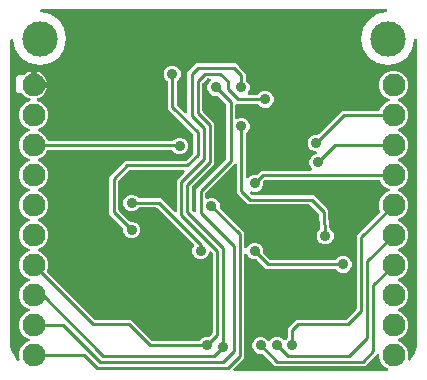
<source format=gbr>
G04 EAGLE Gerber RS-274X export*
G75*
%MOMM*%
%FSLAX34Y34*%
%LPD*%
%INTop Copper*%
%IPPOS*%
%AMOC8*
5,1,8,0,0,1.08239X$1,22.5*%
G01*
%ADD10C,3.000000*%
%ADD11C,1.930400*%
%ADD12C,0.254000*%
%ADD13C,0.908000*%

G36*
X24534Y13773D02*
X24534Y13773D01*
X24604Y13770D01*
X24691Y13788D01*
X24781Y13796D01*
X24847Y13820D01*
X24915Y13834D01*
X24996Y13874D01*
X25080Y13904D01*
X25138Y13943D01*
X25201Y13974D01*
X25269Y14032D01*
X25343Y14083D01*
X25390Y14135D01*
X25443Y14180D01*
X25495Y14254D01*
X25554Y14321D01*
X25586Y14383D01*
X25626Y14440D01*
X25658Y14524D01*
X25699Y14604D01*
X25714Y14672D01*
X25739Y14738D01*
X25749Y14827D01*
X25768Y14915D01*
X25766Y14984D01*
X25774Y15054D01*
X25761Y15143D01*
X25759Y15232D01*
X25739Y15299D01*
X25729Y15369D01*
X25677Y15521D01*
X25427Y16125D01*
X25427Y20975D01*
X27283Y25457D01*
X30713Y28887D01*
X33588Y30077D01*
X33709Y30146D01*
X33832Y30211D01*
X33847Y30225D01*
X33865Y30235D01*
X33965Y30332D01*
X34067Y30425D01*
X34079Y30442D01*
X34093Y30456D01*
X34166Y30574D01*
X34242Y30691D01*
X34249Y30710D01*
X34259Y30727D01*
X34300Y30860D01*
X34345Y30992D01*
X34347Y31012D01*
X34353Y31031D01*
X34360Y31170D01*
X34371Y31309D01*
X34367Y31329D01*
X34368Y31349D01*
X34340Y31485D01*
X34316Y31622D01*
X34308Y31640D01*
X34304Y31660D01*
X34242Y31786D01*
X34186Y31912D01*
X34173Y31928D01*
X34164Y31946D01*
X34073Y32052D01*
X33987Y32160D01*
X33971Y32173D01*
X33958Y32188D01*
X33844Y32268D01*
X33733Y32352D01*
X33708Y32364D01*
X33698Y32371D01*
X33678Y32378D01*
X33588Y32423D01*
X30713Y33613D01*
X27283Y37043D01*
X25427Y41525D01*
X25427Y46375D01*
X27283Y50857D01*
X30713Y54287D01*
X33588Y55477D01*
X33709Y55546D01*
X33832Y55611D01*
X33847Y55625D01*
X33865Y55635D01*
X33965Y55732D01*
X34067Y55825D01*
X34079Y55842D01*
X34093Y55856D01*
X34166Y55974D01*
X34242Y56091D01*
X34249Y56110D01*
X34259Y56127D01*
X34300Y56260D01*
X34345Y56392D01*
X34347Y56412D01*
X34353Y56431D01*
X34360Y56570D01*
X34371Y56709D01*
X34367Y56729D01*
X34368Y56749D01*
X34340Y56885D01*
X34316Y57022D01*
X34308Y57040D01*
X34304Y57060D01*
X34242Y57186D01*
X34186Y57312D01*
X34173Y57328D01*
X34164Y57346D01*
X34073Y57452D01*
X33987Y57560D01*
X33971Y57573D01*
X33958Y57588D01*
X33844Y57668D01*
X33733Y57752D01*
X33708Y57764D01*
X33698Y57771D01*
X33678Y57778D01*
X33588Y57823D01*
X30713Y59013D01*
X27283Y62443D01*
X25427Y66925D01*
X25427Y71775D01*
X27283Y76257D01*
X30713Y79687D01*
X33588Y80877D01*
X33709Y80946D01*
X33832Y81011D01*
X33847Y81025D01*
X33865Y81035D01*
X33965Y81132D01*
X34067Y81225D01*
X34079Y81242D01*
X34093Y81256D01*
X34166Y81374D01*
X34242Y81491D01*
X34249Y81510D01*
X34259Y81527D01*
X34300Y81660D01*
X34345Y81792D01*
X34347Y81812D01*
X34353Y81831D01*
X34360Y81970D01*
X34371Y82109D01*
X34367Y82129D01*
X34368Y82149D01*
X34340Y82285D01*
X34316Y82422D01*
X34308Y82440D01*
X34304Y82460D01*
X34243Y82585D01*
X34186Y82712D01*
X34173Y82728D01*
X34164Y82746D01*
X34073Y82852D01*
X33987Y82960D01*
X33971Y82973D01*
X33958Y82988D01*
X33844Y83068D01*
X33733Y83152D01*
X33708Y83164D01*
X33698Y83171D01*
X33678Y83178D01*
X33588Y83223D01*
X30713Y84413D01*
X27283Y87843D01*
X25427Y92325D01*
X25427Y97175D01*
X27283Y101657D01*
X30713Y105087D01*
X33588Y106277D01*
X33709Y106346D01*
X33832Y106411D01*
X33847Y106425D01*
X33865Y106435D01*
X33965Y106532D01*
X34067Y106625D01*
X34079Y106642D01*
X34093Y106656D01*
X34166Y106774D01*
X34242Y106891D01*
X34249Y106910D01*
X34259Y106927D01*
X34300Y107060D01*
X34345Y107192D01*
X34347Y107212D01*
X34353Y107231D01*
X34360Y107370D01*
X34371Y107509D01*
X34367Y107529D01*
X34368Y107549D01*
X34340Y107685D01*
X34316Y107822D01*
X34308Y107840D01*
X34304Y107860D01*
X34242Y107986D01*
X34186Y108112D01*
X34173Y108128D01*
X34164Y108146D01*
X34073Y108252D01*
X33987Y108360D01*
X33971Y108373D01*
X33958Y108388D01*
X33844Y108468D01*
X33733Y108552D01*
X33708Y108564D01*
X33698Y108571D01*
X33678Y108578D01*
X33588Y108623D01*
X30713Y109813D01*
X27283Y113243D01*
X25427Y117725D01*
X25427Y122575D01*
X27283Y127057D01*
X30713Y130487D01*
X33588Y131677D01*
X33709Y131746D01*
X33832Y131811D01*
X33847Y131825D01*
X33865Y131835D01*
X33965Y131932D01*
X34067Y132025D01*
X34079Y132042D01*
X34093Y132056D01*
X34166Y132174D01*
X34242Y132291D01*
X34249Y132310D01*
X34259Y132327D01*
X34300Y132460D01*
X34345Y132592D01*
X34347Y132612D01*
X34353Y132631D01*
X34360Y132770D01*
X34371Y132909D01*
X34367Y132929D01*
X34368Y132949D01*
X34340Y133085D01*
X34316Y133222D01*
X34308Y133240D01*
X34304Y133260D01*
X34242Y133386D01*
X34186Y133512D01*
X34173Y133528D01*
X34164Y133546D01*
X34073Y133652D01*
X33987Y133760D01*
X33971Y133773D01*
X33958Y133788D01*
X33844Y133868D01*
X33733Y133952D01*
X33708Y133964D01*
X33698Y133971D01*
X33678Y133978D01*
X33588Y134023D01*
X30713Y135213D01*
X27283Y138643D01*
X25427Y143125D01*
X25427Y147975D01*
X27283Y152457D01*
X30713Y155887D01*
X33588Y157077D01*
X33709Y157146D01*
X33832Y157211D01*
X33847Y157225D01*
X33865Y157235D01*
X33965Y157332D01*
X34067Y157425D01*
X34079Y157442D01*
X34093Y157456D01*
X34166Y157574D01*
X34242Y157691D01*
X34249Y157710D01*
X34259Y157727D01*
X34300Y157860D01*
X34345Y157992D01*
X34347Y158012D01*
X34353Y158031D01*
X34360Y158170D01*
X34371Y158309D01*
X34367Y158329D01*
X34368Y158349D01*
X34340Y158485D01*
X34316Y158622D01*
X34308Y158640D01*
X34304Y158660D01*
X34242Y158786D01*
X34186Y158912D01*
X34173Y158928D01*
X34164Y158946D01*
X34073Y159052D01*
X33987Y159160D01*
X33971Y159173D01*
X33958Y159188D01*
X33844Y159268D01*
X33733Y159352D01*
X33708Y159364D01*
X33698Y159371D01*
X33678Y159378D01*
X33588Y159423D01*
X30713Y160613D01*
X27283Y164043D01*
X25427Y168525D01*
X25427Y173375D01*
X27283Y177857D01*
X30713Y181287D01*
X33588Y182477D01*
X33709Y182546D01*
X33832Y182611D01*
X33847Y182625D01*
X33865Y182635D01*
X33965Y182732D01*
X34067Y182825D01*
X34079Y182842D01*
X34093Y182856D01*
X34166Y182974D01*
X34242Y183091D01*
X34249Y183110D01*
X34259Y183127D01*
X34300Y183260D01*
X34345Y183392D01*
X34347Y183412D01*
X34353Y183431D01*
X34360Y183570D01*
X34371Y183709D01*
X34367Y183729D01*
X34368Y183749D01*
X34340Y183885D01*
X34316Y184022D01*
X34308Y184040D01*
X34304Y184060D01*
X34242Y184186D01*
X34186Y184312D01*
X34173Y184328D01*
X34164Y184346D01*
X34073Y184452D01*
X33987Y184560D01*
X33971Y184573D01*
X33958Y184588D01*
X33844Y184668D01*
X33733Y184752D01*
X33708Y184764D01*
X33698Y184771D01*
X33678Y184778D01*
X33588Y184823D01*
X30713Y186013D01*
X27283Y189443D01*
X25427Y193925D01*
X25427Y198775D01*
X27283Y203257D01*
X30713Y206687D01*
X33588Y207877D01*
X33709Y207946D01*
X33832Y208011D01*
X33847Y208025D01*
X33865Y208035D01*
X33965Y208132D01*
X34067Y208225D01*
X34079Y208242D01*
X34093Y208256D01*
X34166Y208374D01*
X34242Y208491D01*
X34249Y208510D01*
X34259Y208527D01*
X34300Y208660D01*
X34345Y208792D01*
X34347Y208812D01*
X34353Y208831D01*
X34360Y208970D01*
X34371Y209109D01*
X34367Y209129D01*
X34368Y209149D01*
X34340Y209285D01*
X34316Y209422D01*
X34308Y209440D01*
X34304Y209460D01*
X34242Y209586D01*
X34186Y209712D01*
X34173Y209728D01*
X34164Y209746D01*
X34073Y209852D01*
X33987Y209960D01*
X33971Y209973D01*
X33958Y209988D01*
X33844Y210068D01*
X33733Y210152D01*
X33708Y210164D01*
X33698Y210171D01*
X33678Y210178D01*
X33588Y210223D01*
X30713Y211413D01*
X27283Y214843D01*
X25427Y219325D01*
X25427Y224175D01*
X27283Y228657D01*
X30713Y232087D01*
X34329Y233584D01*
X34355Y233599D01*
X34383Y233608D01*
X34492Y233677D01*
X34605Y233742D01*
X34626Y233762D01*
X34652Y233778D01*
X34740Y233873D01*
X34833Y233963D01*
X34849Y233988D01*
X34869Y234010D01*
X34932Y234124D01*
X35000Y234234D01*
X35008Y234263D01*
X35023Y234289D01*
X35055Y234414D01*
X35093Y234538D01*
X35095Y234568D01*
X35102Y234597D01*
X35102Y234726D01*
X35108Y234856D01*
X35102Y234885D01*
X35102Y234915D01*
X35070Y235040D01*
X35044Y235167D01*
X35031Y235194D01*
X35023Y235223D01*
X34961Y235336D01*
X34904Y235453D01*
X34885Y235475D01*
X34871Y235502D01*
X34782Y235596D01*
X34698Y235695D01*
X34674Y235712D01*
X34653Y235734D01*
X34544Y235803D01*
X34438Y235878D01*
X34410Y235888D01*
X34385Y235904D01*
X34235Y235964D01*
X33135Y236321D01*
X31496Y237156D01*
X30008Y238237D01*
X28692Y239554D01*
X28682Y239568D01*
X28595Y239650D01*
X28513Y239738D01*
X28480Y239759D01*
X28451Y239786D01*
X28346Y239844D01*
X28245Y239908D01*
X28207Y239920D01*
X28172Y239940D01*
X28056Y239969D01*
X27942Y240007D01*
X27903Y240009D01*
X27864Y240019D01*
X27704Y240029D01*
X24348Y240029D01*
X22859Y241518D01*
X22859Y253782D01*
X24348Y255271D01*
X28690Y255271D01*
X28788Y255283D01*
X28888Y255286D01*
X28946Y255303D01*
X29006Y255311D01*
X29098Y255347D01*
X29193Y255375D01*
X29245Y255405D01*
X29302Y255428D01*
X29382Y255486D01*
X29467Y255536D01*
X29542Y255602D01*
X29559Y255614D01*
X29567Y255624D01*
X29588Y255642D01*
X30008Y256063D01*
X31496Y257144D01*
X33135Y257979D01*
X34884Y258547D01*
X35121Y258585D01*
X35121Y248380D01*
X35136Y248262D01*
X35143Y248143D01*
X35155Y248105D01*
X35161Y248065D01*
X35204Y247954D01*
X35241Y247841D01*
X35263Y247807D01*
X35278Y247769D01*
X35347Y247673D01*
X35411Y247572D01*
X35441Y247544D01*
X35464Y247512D01*
X35556Y247436D01*
X35643Y247354D01*
X35678Y247335D01*
X35709Y247309D01*
X35817Y247258D01*
X35921Y247201D01*
X35961Y247191D01*
X35997Y247173D01*
X36114Y247151D01*
X36229Y247121D01*
X36289Y247117D01*
X36309Y247114D01*
X36330Y247115D01*
X36390Y247111D01*
X37581Y247111D01*
X37581Y245920D01*
X37596Y245802D01*
X37603Y245683D01*
X37616Y245645D01*
X37621Y245604D01*
X37665Y245494D01*
X37701Y245381D01*
X37723Y245346D01*
X37738Y245309D01*
X37808Y245212D01*
X37871Y245112D01*
X37901Y245084D01*
X37925Y245051D01*
X38016Y244975D01*
X38103Y244894D01*
X38138Y244874D01*
X38170Y244849D01*
X38277Y244798D01*
X38382Y244740D01*
X38421Y244730D01*
X38457Y244713D01*
X38574Y244691D01*
X38690Y244661D01*
X38750Y244657D01*
X38770Y244653D01*
X38790Y244655D01*
X38850Y244651D01*
X49055Y244651D01*
X49017Y244414D01*
X48449Y242665D01*
X47614Y241026D01*
X46533Y239538D01*
X45232Y238237D01*
X43744Y237156D01*
X42105Y236321D01*
X41005Y235964D01*
X40978Y235951D01*
X40949Y235944D01*
X40834Y235884D01*
X40717Y235828D01*
X40694Y235809D01*
X40668Y235795D01*
X40572Y235708D01*
X40472Y235626D01*
X40455Y235602D01*
X40432Y235581D01*
X40361Y235473D01*
X40285Y235368D01*
X40274Y235341D01*
X40258Y235316D01*
X40216Y235193D01*
X40168Y235073D01*
X40164Y235043D01*
X40154Y235015D01*
X40144Y234886D01*
X40128Y234757D01*
X40132Y234728D01*
X40129Y234698D01*
X40151Y234570D01*
X40168Y234442D01*
X40178Y234414D01*
X40184Y234385D01*
X40237Y234266D01*
X40284Y234146D01*
X40302Y234122D01*
X40314Y234095D01*
X40395Y233993D01*
X40471Y233889D01*
X40494Y233869D01*
X40513Y233846D01*
X40616Y233768D01*
X40716Y233686D01*
X40743Y233673D01*
X40767Y233655D01*
X40911Y233584D01*
X44527Y232087D01*
X47957Y228657D01*
X49813Y224175D01*
X49813Y219325D01*
X47957Y214843D01*
X44527Y211413D01*
X41652Y210223D01*
X41531Y210154D01*
X41408Y210089D01*
X41393Y210075D01*
X41375Y210065D01*
X41276Y209968D01*
X41173Y209875D01*
X41161Y209858D01*
X41147Y209844D01*
X41074Y209725D01*
X40998Y209609D01*
X40991Y209590D01*
X40981Y209573D01*
X40940Y209440D01*
X40895Y209308D01*
X40893Y209288D01*
X40887Y209269D01*
X40880Y209130D01*
X40869Y208991D01*
X40873Y208971D01*
X40872Y208951D01*
X40900Y208815D01*
X40924Y208678D01*
X40932Y208659D01*
X40936Y208640D01*
X40998Y208514D01*
X41054Y208388D01*
X41067Y208372D01*
X41076Y208354D01*
X41166Y208248D01*
X41253Y208140D01*
X41269Y208127D01*
X41282Y208112D01*
X41396Y208032D01*
X41507Y207948D01*
X41532Y207936D01*
X41542Y207929D01*
X41562Y207922D01*
X41652Y207877D01*
X44527Y206687D01*
X47957Y203257D01*
X48914Y200944D01*
X48929Y200919D01*
X48938Y200891D01*
X49008Y200781D01*
X49072Y200668D01*
X49092Y200647D01*
X49108Y200622D01*
X49203Y200533D01*
X49293Y200440D01*
X49318Y200424D01*
X49340Y200404D01*
X49453Y200341D01*
X49564Y200273D01*
X49592Y200265D01*
X49618Y200250D01*
X49744Y200218D01*
X49868Y200180D01*
X49898Y200178D01*
X49926Y200171D01*
X50087Y200161D01*
X155331Y200161D01*
X155430Y200173D01*
X155529Y200176D01*
X155587Y200193D01*
X155647Y200201D01*
X155739Y200237D01*
X155834Y200265D01*
X155886Y200295D01*
X155943Y200318D01*
X156023Y200376D01*
X156108Y200426D01*
X156183Y200492D01*
X156200Y200504D01*
X156208Y200514D01*
X156229Y200532D01*
X157279Y201583D01*
X159882Y202661D01*
X162698Y202661D01*
X165301Y201583D01*
X167293Y199591D01*
X168371Y196988D01*
X168371Y194172D01*
X167293Y191569D01*
X165301Y189577D01*
X162698Y188499D01*
X159882Y188499D01*
X157279Y189577D01*
X155287Y191569D01*
X155210Y191756D01*
X155195Y191781D01*
X155186Y191809D01*
X155117Y191919D01*
X155052Y192032D01*
X155032Y192053D01*
X155016Y192078D01*
X154921Y192167D01*
X154831Y192260D01*
X154806Y192276D01*
X154784Y192296D01*
X154671Y192359D01*
X154560Y192427D01*
X154532Y192435D01*
X154506Y192450D01*
X154380Y192482D01*
X154256Y192520D01*
X154227Y192522D01*
X154198Y192529D01*
X154037Y192539D01*
X50087Y192539D01*
X50058Y192536D01*
X50028Y192538D01*
X49900Y192516D01*
X49771Y192499D01*
X49744Y192489D01*
X49715Y192484D01*
X49596Y192430D01*
X49476Y192382D01*
X49452Y192365D01*
X49425Y192353D01*
X49324Y192272D01*
X49218Y192196D01*
X49200Y192173D01*
X49177Y192154D01*
X49099Y192051D01*
X49016Y191951D01*
X49003Y191924D01*
X48985Y191900D01*
X48914Y191756D01*
X47957Y189443D01*
X44527Y186013D01*
X41652Y184823D01*
X41531Y184754D01*
X41408Y184689D01*
X41393Y184675D01*
X41375Y184665D01*
X41276Y184568D01*
X41173Y184475D01*
X41161Y184458D01*
X41147Y184444D01*
X41074Y184325D01*
X40998Y184209D01*
X40991Y184190D01*
X40981Y184173D01*
X40940Y184040D01*
X40895Y183908D01*
X40893Y183888D01*
X40887Y183869D01*
X40880Y183730D01*
X40869Y183591D01*
X40873Y183571D01*
X40872Y183551D01*
X40900Y183415D01*
X40924Y183278D01*
X40932Y183259D01*
X40936Y183240D01*
X40998Y183114D01*
X41054Y182988D01*
X41067Y182972D01*
X41076Y182954D01*
X41166Y182848D01*
X41253Y182740D01*
X41269Y182727D01*
X41282Y182712D01*
X41396Y182632D01*
X41507Y182548D01*
X41532Y182536D01*
X41542Y182529D01*
X41562Y182522D01*
X41652Y182477D01*
X44527Y181287D01*
X47957Y177857D01*
X49813Y173375D01*
X49813Y168525D01*
X47957Y164043D01*
X44527Y160613D01*
X41652Y159423D01*
X41531Y159354D01*
X41408Y159289D01*
X41393Y159275D01*
X41375Y159265D01*
X41276Y159168D01*
X41173Y159075D01*
X41161Y159058D01*
X41147Y159044D01*
X41074Y158925D01*
X40998Y158809D01*
X40991Y158790D01*
X40981Y158773D01*
X40940Y158640D01*
X40895Y158508D01*
X40893Y158488D01*
X40887Y158469D01*
X40880Y158330D01*
X40869Y158191D01*
X40873Y158171D01*
X40872Y158151D01*
X40900Y158015D01*
X40924Y157878D01*
X40932Y157859D01*
X40936Y157840D01*
X40998Y157714D01*
X41054Y157588D01*
X41067Y157572D01*
X41076Y157554D01*
X41166Y157448D01*
X41253Y157340D01*
X41269Y157327D01*
X41282Y157312D01*
X41396Y157232D01*
X41507Y157148D01*
X41532Y157136D01*
X41542Y157129D01*
X41562Y157122D01*
X41652Y157077D01*
X44527Y155887D01*
X47957Y152457D01*
X49813Y147975D01*
X49813Y143125D01*
X47957Y138643D01*
X44527Y135213D01*
X41652Y134023D01*
X41531Y133954D01*
X41408Y133889D01*
X41393Y133875D01*
X41375Y133865D01*
X41276Y133768D01*
X41173Y133675D01*
X41161Y133658D01*
X41147Y133644D01*
X41074Y133525D01*
X40998Y133409D01*
X40991Y133390D01*
X40981Y133373D01*
X40940Y133240D01*
X40895Y133108D01*
X40893Y133088D01*
X40887Y133069D01*
X40880Y132930D01*
X40869Y132791D01*
X40873Y132771D01*
X40872Y132751D01*
X40900Y132615D01*
X40924Y132478D01*
X40932Y132459D01*
X40936Y132440D01*
X40998Y132314D01*
X41054Y132188D01*
X41067Y132172D01*
X41076Y132154D01*
X41166Y132048D01*
X41253Y131940D01*
X41269Y131927D01*
X41282Y131912D01*
X41396Y131832D01*
X41507Y131748D01*
X41532Y131736D01*
X41542Y131729D01*
X41562Y131722D01*
X41652Y131677D01*
X44527Y130487D01*
X47957Y127057D01*
X49813Y122575D01*
X49813Y117725D01*
X47957Y113243D01*
X44527Y109813D01*
X41652Y108623D01*
X41531Y108554D01*
X41408Y108489D01*
X41393Y108475D01*
X41375Y108465D01*
X41276Y108368D01*
X41173Y108275D01*
X41161Y108258D01*
X41147Y108244D01*
X41074Y108125D01*
X40998Y108009D01*
X40991Y107990D01*
X40981Y107973D01*
X40940Y107840D01*
X40895Y107708D01*
X40893Y107688D01*
X40887Y107669D01*
X40880Y107530D01*
X40869Y107391D01*
X40873Y107371D01*
X40872Y107351D01*
X40900Y107215D01*
X40924Y107078D01*
X40932Y107059D01*
X40936Y107040D01*
X40998Y106914D01*
X41054Y106788D01*
X41067Y106772D01*
X41076Y106754D01*
X41166Y106648D01*
X41253Y106540D01*
X41269Y106527D01*
X41282Y106512D01*
X41396Y106432D01*
X41507Y106348D01*
X41532Y106336D01*
X41542Y106329D01*
X41562Y106322D01*
X41652Y106277D01*
X44527Y105087D01*
X47957Y101657D01*
X49813Y97175D01*
X49813Y92325D01*
X48855Y90012D01*
X48847Y89984D01*
X48834Y89958D01*
X48805Y89831D01*
X48771Y89706D01*
X48771Y89676D01*
X48764Y89647D01*
X48768Y89517D01*
X48766Y89388D01*
X48773Y89359D01*
X48774Y89329D01*
X48810Y89205D01*
X48840Y89078D01*
X48854Y89052D01*
X48862Y89024D01*
X48928Y88912D01*
X48989Y88797D01*
X49009Y88775D01*
X49024Y88750D01*
X49130Y88629D01*
X89127Y48632D01*
X89205Y48572D01*
X89277Y48504D01*
X89330Y48475D01*
X89378Y48438D01*
X89469Y48398D01*
X89556Y48350D01*
X89614Y48335D01*
X89670Y48311D01*
X89768Y48296D01*
X89864Y48271D01*
X89964Y48265D01*
X89984Y48261D01*
X89996Y48263D01*
X90024Y48261D01*
X119688Y48261D01*
X137097Y30852D01*
X137175Y30792D01*
X137247Y30724D01*
X137300Y30695D01*
X137348Y30658D01*
X137439Y30618D01*
X137526Y30570D01*
X137584Y30555D01*
X137640Y30531D01*
X137738Y30516D01*
X137834Y30491D01*
X137934Y30485D01*
X137954Y30481D01*
X137966Y30483D01*
X137994Y30481D01*
X177421Y30481D01*
X177520Y30493D01*
X177619Y30496D01*
X177677Y30513D01*
X177737Y30521D01*
X177829Y30557D01*
X177924Y30585D01*
X177976Y30615D01*
X178033Y30638D01*
X178113Y30696D01*
X178198Y30746D01*
X178273Y30812D01*
X178290Y30824D01*
X178298Y30834D01*
X178319Y30852D01*
X180139Y32673D01*
X182742Y33751D01*
X185316Y33751D01*
X185414Y33763D01*
X185513Y33766D01*
X185571Y33783D01*
X185631Y33791D01*
X185723Y33827D01*
X185819Y33855D01*
X185871Y33885D01*
X185927Y33908D01*
X186007Y33966D01*
X186092Y34016D01*
X186168Y34082D01*
X186184Y34094D01*
X186192Y34104D01*
X186213Y34122D01*
X188858Y36767D01*
X188918Y36845D01*
X188986Y36917D01*
X189015Y36970D01*
X189052Y37018D01*
X189092Y37109D01*
X189140Y37196D01*
X189155Y37254D01*
X189179Y37310D01*
X189194Y37408D01*
X189219Y37504D01*
X189225Y37604D01*
X189229Y37624D01*
X189227Y37636D01*
X189229Y37664D01*
X189229Y104576D01*
X189217Y104674D01*
X189214Y104773D01*
X189197Y104831D01*
X189189Y104891D01*
X189153Y104983D01*
X189125Y105078D01*
X189095Y105131D01*
X189072Y105187D01*
X189014Y105267D01*
X188964Y105352D01*
X188898Y105428D01*
X188886Y105444D01*
X188876Y105452D01*
X188858Y105473D01*
X188318Y106013D01*
X188208Y106099D01*
X188101Y106187D01*
X188082Y106196D01*
X188066Y106208D01*
X187938Y106264D01*
X187813Y106323D01*
X187793Y106327D01*
X187774Y106335D01*
X187636Y106357D01*
X187500Y106383D01*
X187480Y106381D01*
X187460Y106384D01*
X187321Y106371D01*
X187183Y106363D01*
X187164Y106357D01*
X187144Y106355D01*
X187013Y106308D01*
X186881Y106265D01*
X186863Y106254D01*
X186844Y106247D01*
X186730Y106169D01*
X186612Y106095D01*
X186598Y106080D01*
X186581Y106068D01*
X186489Y105964D01*
X186394Y105863D01*
X186384Y105845D01*
X186371Y105830D01*
X186308Y105706D01*
X186240Y105584D01*
X186235Y105565D01*
X186226Y105547D01*
X186196Y105411D01*
X186174Y105329D01*
X185073Y102669D01*
X183081Y100677D01*
X180478Y99599D01*
X177662Y99599D01*
X175059Y100677D01*
X173067Y102669D01*
X171989Y105272D01*
X171989Y108088D01*
X173082Y110726D01*
X173084Y110729D01*
X173163Y110818D01*
X173181Y110854D01*
X173206Y110886D01*
X173253Y110995D01*
X173307Y111101D01*
X173316Y111141D01*
X173332Y111178D01*
X173351Y111295D01*
X173377Y111412D01*
X173376Y111452D01*
X173382Y111492D01*
X173371Y111610D01*
X173367Y111729D01*
X173356Y111768D01*
X173352Y111808D01*
X173312Y111921D01*
X173279Y112035D01*
X173259Y112070D01*
X173245Y112108D01*
X173178Y112206D01*
X173118Y112309D01*
X173078Y112354D01*
X173066Y112371D01*
X173051Y112384D01*
X173011Y112430D01*
X142303Y143138D01*
X142225Y143198D01*
X142153Y143266D01*
X142100Y143295D01*
X142052Y143332D01*
X141961Y143372D01*
X141874Y143420D01*
X141816Y143435D01*
X141760Y143459D01*
X141662Y143474D01*
X141566Y143499D01*
X141466Y143505D01*
X141446Y143509D01*
X141434Y143507D01*
X141406Y143509D01*
X127379Y143509D01*
X127280Y143497D01*
X127181Y143494D01*
X127123Y143477D01*
X127063Y143469D01*
X126971Y143433D01*
X126876Y143405D01*
X126824Y143375D01*
X126767Y143352D01*
X126687Y143294D01*
X126602Y143244D01*
X126527Y143178D01*
X126510Y143166D01*
X126502Y143156D01*
X126481Y143138D01*
X124661Y141317D01*
X122058Y140239D01*
X119242Y140239D01*
X116639Y141317D01*
X114647Y143309D01*
X113569Y145912D01*
X113569Y148728D01*
X114647Y151331D01*
X116639Y153323D01*
X119242Y154401D01*
X122058Y154401D01*
X124661Y153323D01*
X126481Y151502D01*
X126559Y151442D01*
X126632Y151374D01*
X126685Y151345D01*
X126732Y151308D01*
X126823Y151268D01*
X126910Y151220D01*
X126969Y151205D01*
X127024Y151181D01*
X127122Y151166D01*
X127218Y151141D01*
X127318Y151135D01*
X127338Y151131D01*
X127351Y151133D01*
X127379Y151131D01*
X145088Y151131D01*
X156583Y139637D01*
X156692Y139551D01*
X156799Y139463D01*
X156818Y139454D01*
X156834Y139442D01*
X156962Y139386D01*
X157087Y139327D01*
X157107Y139323D01*
X157126Y139315D01*
X157264Y139293D01*
X157400Y139267D01*
X157420Y139269D01*
X157440Y139266D01*
X157579Y139279D01*
X157717Y139287D01*
X157736Y139293D01*
X157756Y139295D01*
X157888Y139343D01*
X158019Y139385D01*
X158037Y139396D01*
X158056Y139403D01*
X158171Y139481D01*
X158288Y139555D01*
X158302Y139570D01*
X158319Y139582D01*
X158411Y139686D01*
X158506Y139787D01*
X158516Y139805D01*
X158529Y139820D01*
X158593Y139944D01*
X158660Y140066D01*
X158665Y140085D01*
X158674Y140103D01*
X158704Y140239D01*
X158739Y140373D01*
X158741Y140402D01*
X158744Y140413D01*
X158743Y140434D01*
X158749Y140534D01*
X158749Y166678D01*
X161353Y169282D01*
X165163Y173093D01*
X165249Y173202D01*
X165337Y173309D01*
X165346Y173328D01*
X165358Y173344D01*
X165414Y173472D01*
X165473Y173597D01*
X165477Y173617D01*
X165485Y173636D01*
X165507Y173774D01*
X165533Y173910D01*
X165531Y173930D01*
X165534Y173950D01*
X165521Y174089D01*
X165513Y174227D01*
X165507Y174246D01*
X165505Y174266D01*
X165457Y174398D01*
X165415Y174529D01*
X165404Y174547D01*
X165397Y174566D01*
X165319Y174681D01*
X165245Y174798D01*
X165230Y174812D01*
X165218Y174829D01*
X165114Y174921D01*
X165013Y175016D01*
X164995Y175026D01*
X164980Y175039D01*
X164856Y175103D01*
X164734Y175170D01*
X164715Y175175D01*
X164697Y175184D01*
X164561Y175214D01*
X164427Y175249D01*
X164398Y175251D01*
X164387Y175254D01*
X164366Y175253D01*
X164266Y175259D01*
X118944Y175259D01*
X118846Y175247D01*
X118747Y175244D01*
X118689Y175227D01*
X118629Y175219D01*
X118537Y175183D01*
X118441Y175155D01*
X118389Y175125D01*
X118333Y175102D01*
X118253Y175044D01*
X118168Y174994D01*
X118092Y174928D01*
X118076Y174916D01*
X118068Y174906D01*
X118047Y174888D01*
X109592Y166433D01*
X109532Y166355D01*
X109464Y166283D01*
X109435Y166230D01*
X109398Y166182D01*
X109358Y166091D01*
X109310Y166004D01*
X109295Y165946D01*
X109271Y165890D01*
X109256Y165792D01*
X109231Y165696D01*
X109225Y165596D01*
X109221Y165576D01*
X109223Y165564D01*
X109221Y165536D01*
X109221Y141804D01*
X109233Y141706D01*
X109236Y141607D01*
X109253Y141549D01*
X109261Y141489D01*
X109297Y141397D01*
X109325Y141301D01*
X109355Y141249D01*
X109378Y141193D01*
X109436Y141113D01*
X109486Y141028D01*
X109552Y140952D01*
X109564Y140936D01*
X109574Y140928D01*
X109592Y140907D01*
X118587Y131912D01*
X118665Y131852D01*
X118737Y131784D01*
X118790Y131755D01*
X118838Y131718D01*
X118929Y131678D01*
X119016Y131630D01*
X119074Y131615D01*
X119130Y131591D01*
X119228Y131576D01*
X119323Y131551D01*
X119424Y131545D01*
X119444Y131541D01*
X119456Y131543D01*
X119484Y131541D01*
X122058Y131541D01*
X124661Y130463D01*
X126653Y128471D01*
X127731Y125868D01*
X127731Y123052D01*
X126653Y120449D01*
X124661Y118457D01*
X122058Y117379D01*
X119242Y117379D01*
X116639Y118457D01*
X114647Y120449D01*
X113569Y123052D01*
X113569Y125626D01*
X113557Y125724D01*
X113554Y125823D01*
X113537Y125881D01*
X113529Y125941D01*
X113493Y126033D01*
X113465Y126129D01*
X113435Y126181D01*
X113412Y126237D01*
X113354Y126317D01*
X113304Y126402D01*
X113238Y126478D01*
X113226Y126494D01*
X113216Y126502D01*
X113198Y126523D01*
X104203Y135518D01*
X101599Y138122D01*
X101599Y169218D01*
X112658Y180277D01*
X115262Y182881D01*
X165536Y182881D01*
X165634Y182893D01*
X165733Y182896D01*
X165791Y182913D01*
X165851Y182921D01*
X165943Y182957D01*
X166039Y182985D01*
X166091Y183015D01*
X166147Y183038D01*
X166227Y183096D01*
X166312Y183146D01*
X166388Y183212D01*
X166404Y183224D01*
X166412Y183234D01*
X166433Y183252D01*
X172348Y189167D01*
X172408Y189245D01*
X172476Y189317D01*
X172505Y189370D01*
X172542Y189418D01*
X172582Y189509D01*
X172630Y189596D01*
X172645Y189654D01*
X172669Y189710D01*
X172684Y189808D01*
X172709Y189904D01*
X172715Y190004D01*
X172719Y190024D01*
X172717Y190036D01*
X172719Y190064D01*
X172719Y204906D01*
X172707Y205004D01*
X172704Y205103D01*
X172687Y205161D01*
X172679Y205221D01*
X172643Y205313D01*
X172615Y205409D01*
X172585Y205461D01*
X172562Y205517D01*
X172504Y205597D01*
X172454Y205682D01*
X172388Y205758D01*
X172376Y205774D01*
X172366Y205782D01*
X172348Y205803D01*
X151129Y227022D01*
X151129Y249811D01*
X151117Y249910D01*
X151114Y250009D01*
X151097Y250067D01*
X151089Y250127D01*
X151053Y250219D01*
X151025Y250314D01*
X150995Y250366D01*
X150972Y250423D01*
X150914Y250503D01*
X150864Y250588D01*
X150798Y250663D01*
X150786Y250680D01*
X150776Y250688D01*
X150758Y250709D01*
X148937Y252529D01*
X147859Y255132D01*
X147859Y257948D01*
X148937Y260551D01*
X150929Y262543D01*
X153532Y263621D01*
X156348Y263621D01*
X158951Y262543D01*
X160943Y260551D01*
X162021Y257948D01*
X162021Y255132D01*
X160943Y252529D01*
X159122Y250709D01*
X159062Y250631D01*
X158994Y250558D01*
X158965Y250505D01*
X158928Y250458D01*
X158888Y250367D01*
X158840Y250280D01*
X158825Y250221D01*
X158801Y250166D01*
X158786Y250068D01*
X158761Y249972D01*
X158755Y249872D01*
X158751Y249852D01*
X158753Y249839D01*
X158751Y249811D01*
X158751Y230704D01*
X158763Y230606D01*
X158766Y230507D01*
X158783Y230449D01*
X158791Y230389D01*
X158827Y230297D01*
X158855Y230201D01*
X158885Y230149D01*
X158908Y230093D01*
X158966Y230013D01*
X159016Y229928D01*
X159082Y229852D01*
X159094Y229836D01*
X159104Y229828D01*
X159122Y229807D01*
X165473Y223457D01*
X165582Y223371D01*
X165689Y223283D01*
X165708Y223274D01*
X165724Y223262D01*
X165852Y223206D01*
X165977Y223147D01*
X165997Y223143D01*
X166016Y223135D01*
X166154Y223113D01*
X166290Y223087D01*
X166310Y223089D01*
X166330Y223086D01*
X166469Y223099D01*
X166607Y223107D01*
X166626Y223113D01*
X166646Y223115D01*
X166778Y223163D01*
X166909Y223205D01*
X166927Y223216D01*
X166946Y223223D01*
X167061Y223301D01*
X167178Y223375D01*
X167192Y223390D01*
X167209Y223402D01*
X167301Y223506D01*
X167396Y223607D01*
X167406Y223625D01*
X167419Y223640D01*
X167483Y223764D01*
X167550Y223886D01*
X167555Y223905D01*
X167564Y223923D01*
X167594Y224059D01*
X167629Y224193D01*
X167631Y224222D01*
X167634Y224233D01*
X167633Y224254D01*
X167639Y224354D01*
X167639Y258118D01*
X174952Y265431D01*
X208588Y265431D01*
X211192Y262827D01*
X217171Y256848D01*
X217171Y251839D01*
X217183Y251740D01*
X217186Y251641D01*
X217203Y251583D01*
X217211Y251523D01*
X217247Y251431D01*
X217275Y251336D01*
X217305Y251284D01*
X217328Y251227D01*
X217386Y251147D01*
X217436Y251062D01*
X217502Y250987D01*
X217514Y250970D01*
X217524Y250962D01*
X217542Y250941D01*
X219363Y249121D01*
X220441Y246518D01*
X220441Y243702D01*
X219363Y241099D01*
X219191Y240928D01*
X219106Y240818D01*
X219017Y240711D01*
X219009Y240692D01*
X218996Y240676D01*
X218941Y240549D01*
X218882Y240423D01*
X218878Y240403D01*
X218870Y240384D01*
X218848Y240247D01*
X218822Y240110D01*
X218823Y240090D01*
X218820Y240070D01*
X218833Y239932D01*
X218842Y239793D01*
X218848Y239774D01*
X218850Y239754D01*
X218897Y239622D01*
X218940Y239491D01*
X218950Y239474D01*
X218957Y239454D01*
X219036Y239339D01*
X219110Y239222D01*
X219125Y239208D01*
X219136Y239191D01*
X219240Y239099D01*
X219341Y239004D01*
X219359Y238994D01*
X219374Y238981D01*
X219498Y238917D01*
X219620Y238850D01*
X219640Y238845D01*
X219658Y238836D01*
X219794Y238806D01*
X219928Y238771D01*
X219956Y238769D01*
X219968Y238766D01*
X219988Y238767D01*
X220089Y238761D01*
X226951Y238761D01*
X227050Y238773D01*
X227149Y238776D01*
X227207Y238793D01*
X227267Y238801D01*
X227359Y238837D01*
X227454Y238865D01*
X227506Y238895D01*
X227563Y238918D01*
X227643Y238976D01*
X227728Y239026D01*
X227803Y239092D01*
X227820Y239104D01*
X227828Y239114D01*
X227849Y239132D01*
X229669Y240953D01*
X232272Y242031D01*
X235088Y242031D01*
X237691Y240953D01*
X239683Y238961D01*
X240761Y236358D01*
X240761Y233542D01*
X239683Y230939D01*
X237691Y228947D01*
X235088Y227869D01*
X232272Y227869D01*
X229669Y228947D01*
X227849Y230768D01*
X227771Y230828D01*
X227698Y230896D01*
X227645Y230925D01*
X227598Y230962D01*
X227507Y231002D01*
X227420Y231050D01*
X227361Y231065D01*
X227306Y231089D01*
X227208Y231104D01*
X227112Y231129D01*
X227012Y231135D01*
X226992Y231139D01*
X226979Y231137D01*
X226951Y231139D01*
X209550Y231139D01*
X209432Y231124D01*
X209313Y231117D01*
X209275Y231104D01*
X209234Y231099D01*
X209124Y231056D01*
X209011Y231019D01*
X208976Y230997D01*
X208939Y230982D01*
X208843Y230913D01*
X208742Y230849D01*
X208714Y230819D01*
X208681Y230796D01*
X208605Y230704D01*
X208524Y230617D01*
X208504Y230582D01*
X208479Y230551D01*
X208428Y230443D01*
X208370Y230339D01*
X208360Y230299D01*
X208343Y230263D01*
X208321Y230146D01*
X208291Y230031D01*
X208287Y229971D01*
X208283Y229951D01*
X208285Y229930D01*
X208281Y229870D01*
X208281Y219550D01*
X208287Y219500D01*
X208285Y219451D01*
X208302Y219368D01*
X208303Y219347D01*
X208308Y219330D01*
X208321Y219234D01*
X208339Y219188D01*
X208349Y219139D01*
X208397Y219041D01*
X208438Y218939D01*
X208467Y218898D01*
X208489Y218854D01*
X208560Y218770D01*
X208624Y218681D01*
X208663Y218649D01*
X208695Y218612D01*
X208785Y218549D01*
X208869Y218478D01*
X208914Y218457D01*
X208955Y218429D01*
X209058Y218390D01*
X209157Y218343D01*
X209206Y218334D01*
X209252Y218316D01*
X209362Y218304D01*
X209469Y218283D01*
X209519Y218286D01*
X209568Y218281D01*
X209677Y218296D01*
X209787Y218303D01*
X209834Y218318D01*
X209883Y218325D01*
X210036Y218377D01*
X211952Y219171D01*
X214768Y219171D01*
X217371Y218093D01*
X219363Y216101D01*
X220441Y213498D01*
X220441Y210682D01*
X219363Y208079D01*
X217542Y206259D01*
X217482Y206181D01*
X217414Y206108D01*
X217385Y206055D01*
X217348Y206008D01*
X217308Y205917D01*
X217260Y205830D01*
X217245Y205771D01*
X217221Y205716D01*
X217206Y205618D01*
X217181Y205522D01*
X217175Y205422D01*
X217171Y205402D01*
X217173Y205389D01*
X217171Y205361D01*
X217171Y169289D01*
X217188Y169151D01*
X217201Y169012D01*
X217208Y168993D01*
X217211Y168973D01*
X217262Y168844D01*
X217309Y168713D01*
X217320Y168696D01*
X217328Y168677D01*
X217409Y168565D01*
X217487Y168450D01*
X217503Y168436D01*
X217514Y168420D01*
X217622Y168331D01*
X217726Y168239D01*
X217744Y168230D01*
X217759Y168217D01*
X217885Y168158D01*
X218009Y168095D01*
X218029Y168090D01*
X218047Y168082D01*
X218184Y168056D01*
X218319Y168025D01*
X218340Y168026D01*
X218359Y168022D01*
X218498Y168031D01*
X218637Y168035D01*
X218657Y168040D01*
X218677Y168042D01*
X218809Y168084D01*
X218943Y168123D01*
X218960Y168133D01*
X218979Y168140D01*
X219097Y168214D01*
X219217Y168285D01*
X219238Y168303D01*
X219248Y168310D01*
X219262Y168325D01*
X219337Y168391D01*
X220779Y169833D01*
X223382Y170911D01*
X225956Y170911D01*
X226054Y170923D01*
X226153Y170926D01*
X226211Y170943D01*
X226271Y170951D01*
X226363Y170987D01*
X226459Y171015D01*
X226511Y171045D01*
X226567Y171068D01*
X226647Y171126D01*
X226732Y171176D01*
X226808Y171242D01*
X226824Y171254D01*
X226832Y171264D01*
X226853Y171282D01*
X227728Y172157D01*
X230332Y174761D01*
X271901Y174761D01*
X272039Y174778D01*
X272178Y174791D01*
X272197Y174798D01*
X272217Y174801D01*
X272346Y174852D01*
X272477Y174899D01*
X272494Y174910D01*
X272513Y174918D01*
X272625Y174999D01*
X272740Y175077D01*
X272754Y175093D01*
X272770Y175104D01*
X272859Y175212D01*
X272951Y175316D01*
X272960Y175334D01*
X272973Y175349D01*
X273032Y175475D01*
X273095Y175599D01*
X273100Y175619D01*
X273108Y175637D01*
X273134Y175774D01*
X273165Y175909D01*
X273164Y175930D01*
X273168Y175949D01*
X273159Y176088D01*
X273155Y176227D01*
X273150Y176247D01*
X273148Y176267D01*
X273106Y176399D01*
X273067Y176533D01*
X273057Y176550D01*
X273050Y176569D01*
X272976Y176687D01*
X272905Y176807D01*
X272887Y176828D01*
X272880Y176838D01*
X272865Y176852D01*
X272799Y176927D01*
X272127Y177599D01*
X271049Y180202D01*
X271049Y183018D01*
X272127Y185621D01*
X274119Y187613D01*
X276496Y188597D01*
X276557Y188632D01*
X276622Y188658D01*
X276694Y188710D01*
X276772Y188755D01*
X276823Y188804D01*
X276879Y188844D01*
X276936Y188914D01*
X277001Y188976D01*
X277037Y189036D01*
X277082Y189089D01*
X277120Y189171D01*
X277167Y189247D01*
X277188Y189314D01*
X277217Y189377D01*
X277234Y189465D01*
X277261Y189551D01*
X277264Y189621D01*
X277277Y189690D01*
X277272Y189779D01*
X277276Y189869D01*
X277262Y189937D01*
X277257Y190007D01*
X277230Y190092D01*
X277212Y190180D01*
X277181Y190243D01*
X277159Y190309D01*
X277111Y190385D01*
X277072Y190466D01*
X277027Y190519D01*
X276989Y190578D01*
X276924Y190640D01*
X276866Y190708D01*
X276808Y190748D01*
X276758Y190796D01*
X276679Y190839D01*
X276605Y190891D01*
X276540Y190916D01*
X276479Y190950D01*
X276392Y190972D01*
X276308Y191004D01*
X276239Y191012D01*
X276171Y191029D01*
X276010Y191039D01*
X275452Y191039D01*
X272849Y192117D01*
X270857Y194109D01*
X269779Y196712D01*
X269779Y199528D01*
X270857Y202131D01*
X272849Y204123D01*
X275452Y205201D01*
X278026Y205201D01*
X278124Y205213D01*
X278223Y205216D01*
X278281Y205233D01*
X278341Y205241D01*
X278433Y205277D01*
X278529Y205305D01*
X278581Y205335D01*
X278637Y205358D01*
X278717Y205416D01*
X278802Y205466D01*
X278878Y205532D01*
X278894Y205544D01*
X278902Y205554D01*
X278923Y205572D01*
X298912Y225561D01*
X329953Y225561D01*
X329982Y225564D01*
X330012Y225562D01*
X330140Y225584D01*
X330269Y225601D01*
X330296Y225611D01*
X330325Y225616D01*
X330444Y225670D01*
X330564Y225718D01*
X330588Y225735D01*
X330615Y225747D01*
X330717Y225828D01*
X330822Y225904D01*
X330840Y225927D01*
X330864Y225946D01*
X330942Y226049D01*
X331024Y226149D01*
X331037Y226176D01*
X331055Y226200D01*
X331126Y226344D01*
X332083Y228657D01*
X335513Y232087D01*
X338388Y233277D01*
X338509Y233346D01*
X338632Y233411D01*
X338647Y233425D01*
X338665Y233435D01*
X338765Y233532D01*
X338867Y233625D01*
X338879Y233642D01*
X338893Y233656D01*
X338966Y233775D01*
X339042Y233891D01*
X339049Y233910D01*
X339059Y233927D01*
X339100Y234060D01*
X339145Y234192D01*
X339147Y234212D01*
X339153Y234231D01*
X339160Y234370D01*
X339171Y234509D01*
X339167Y234529D01*
X339168Y234549D01*
X339140Y234685D01*
X339116Y234822D01*
X339108Y234841D01*
X339104Y234860D01*
X339043Y234986D01*
X338986Y235112D01*
X338973Y235128D01*
X338964Y235146D01*
X338874Y235252D01*
X338787Y235360D01*
X338771Y235373D01*
X338758Y235388D01*
X338644Y235468D01*
X338533Y235552D01*
X338508Y235564D01*
X338498Y235571D01*
X338478Y235578D01*
X338388Y235623D01*
X335513Y236813D01*
X332083Y240243D01*
X330227Y244725D01*
X330227Y249575D01*
X332083Y254057D01*
X335513Y257487D01*
X339995Y259343D01*
X344845Y259343D01*
X349327Y257487D01*
X352757Y254057D01*
X354613Y249575D01*
X354613Y244725D01*
X352757Y240243D01*
X349327Y236813D01*
X346452Y235623D01*
X346331Y235554D01*
X346208Y235489D01*
X346193Y235475D01*
X346175Y235465D01*
X346075Y235368D01*
X345973Y235275D01*
X345961Y235258D01*
X345947Y235244D01*
X345874Y235126D01*
X345798Y235009D01*
X345791Y234990D01*
X345781Y234973D01*
X345740Y234840D01*
X345695Y234708D01*
X345693Y234688D01*
X345687Y234669D01*
X345680Y234530D01*
X345669Y234391D01*
X345673Y234371D01*
X345672Y234351D01*
X345700Y234215D01*
X345724Y234078D01*
X345732Y234059D01*
X345736Y234040D01*
X345797Y233915D01*
X345854Y233788D01*
X345867Y233772D01*
X345876Y233754D01*
X345966Y233648D01*
X346053Y233540D01*
X346069Y233527D01*
X346082Y233512D01*
X346196Y233432D01*
X346307Y233348D01*
X346332Y233336D01*
X346342Y233329D01*
X346362Y233322D01*
X346452Y233277D01*
X349327Y232087D01*
X352757Y228657D01*
X354613Y224175D01*
X354613Y219325D01*
X352757Y214843D01*
X349327Y211413D01*
X346452Y210223D01*
X346331Y210154D01*
X346208Y210089D01*
X346193Y210075D01*
X346175Y210065D01*
X346075Y209968D01*
X345973Y209875D01*
X345961Y209858D01*
X345947Y209844D01*
X345874Y209726D01*
X345798Y209609D01*
X345791Y209590D01*
X345781Y209573D01*
X345740Y209440D01*
X345695Y209308D01*
X345693Y209288D01*
X345687Y209269D01*
X345680Y209130D01*
X345669Y208991D01*
X345673Y208971D01*
X345672Y208951D01*
X345700Y208815D01*
X345724Y208678D01*
X345732Y208659D01*
X345736Y208640D01*
X345797Y208515D01*
X345854Y208388D01*
X345867Y208372D01*
X345876Y208354D01*
X345966Y208248D01*
X346053Y208140D01*
X346069Y208127D01*
X346082Y208112D01*
X346196Y208032D01*
X346307Y207948D01*
X346332Y207936D01*
X346342Y207929D01*
X346362Y207922D01*
X346452Y207877D01*
X349327Y206687D01*
X352757Y203257D01*
X354613Y198775D01*
X354613Y193925D01*
X352757Y189443D01*
X349327Y186013D01*
X346452Y184823D01*
X346331Y184754D01*
X346208Y184689D01*
X346193Y184675D01*
X346175Y184665D01*
X346075Y184568D01*
X345973Y184475D01*
X345961Y184458D01*
X345947Y184444D01*
X345874Y184326D01*
X345798Y184209D01*
X345791Y184190D01*
X345781Y184173D01*
X345740Y184040D01*
X345695Y183908D01*
X345693Y183888D01*
X345687Y183869D01*
X345680Y183730D01*
X345669Y183591D01*
X345673Y183571D01*
X345672Y183551D01*
X345700Y183415D01*
X345724Y183278D01*
X345732Y183260D01*
X345736Y183240D01*
X345798Y183114D01*
X345854Y182988D01*
X345867Y182972D01*
X345876Y182954D01*
X345967Y182848D01*
X346053Y182740D01*
X346069Y182727D01*
X346082Y182712D01*
X346196Y182632D01*
X346307Y182548D01*
X346332Y182536D01*
X346342Y182529D01*
X346362Y182522D01*
X346452Y182477D01*
X349327Y181287D01*
X352757Y177857D01*
X354613Y173375D01*
X354613Y168525D01*
X352757Y164043D01*
X349327Y160613D01*
X346452Y159423D01*
X346331Y159354D01*
X346208Y159289D01*
X346193Y159275D01*
X346175Y159265D01*
X346075Y159168D01*
X345973Y159075D01*
X345961Y159058D01*
X345947Y159044D01*
X345874Y158926D01*
X345798Y158809D01*
X345791Y158790D01*
X345781Y158773D01*
X345740Y158640D01*
X345695Y158508D01*
X345693Y158488D01*
X345687Y158469D01*
X345680Y158330D01*
X345669Y158191D01*
X345673Y158171D01*
X345672Y158151D01*
X345700Y158015D01*
X345724Y157878D01*
X345732Y157860D01*
X345736Y157840D01*
X345798Y157714D01*
X345854Y157588D01*
X345867Y157572D01*
X345876Y157554D01*
X345967Y157447D01*
X346053Y157340D01*
X346069Y157327D01*
X346082Y157312D01*
X346196Y157232D01*
X346307Y157148D01*
X346332Y157136D01*
X346342Y157129D01*
X346362Y157122D01*
X346452Y157077D01*
X349327Y155887D01*
X352757Y152457D01*
X354613Y147975D01*
X354613Y143125D01*
X352757Y138643D01*
X349327Y135213D01*
X346452Y134023D01*
X346331Y133954D01*
X346208Y133889D01*
X346193Y133875D01*
X346175Y133865D01*
X346075Y133768D01*
X345973Y133675D01*
X345961Y133658D01*
X345947Y133644D01*
X345874Y133526D01*
X345798Y133409D01*
X345791Y133390D01*
X345781Y133373D01*
X345740Y133240D01*
X345695Y133108D01*
X345693Y133088D01*
X345687Y133069D01*
X345680Y132930D01*
X345669Y132791D01*
X345673Y132771D01*
X345672Y132751D01*
X345700Y132615D01*
X345724Y132478D01*
X345732Y132460D01*
X345736Y132440D01*
X345798Y132314D01*
X345854Y132188D01*
X345867Y132172D01*
X345876Y132154D01*
X345967Y132048D01*
X346053Y131940D01*
X346069Y131927D01*
X346082Y131912D01*
X346196Y131832D01*
X346307Y131748D01*
X346332Y131736D01*
X346342Y131729D01*
X346362Y131722D01*
X346452Y131677D01*
X349327Y130487D01*
X352757Y127057D01*
X354613Y122575D01*
X354613Y117725D01*
X352757Y113243D01*
X349327Y109813D01*
X346452Y108623D01*
X346331Y108554D01*
X346208Y108489D01*
X346193Y108475D01*
X346175Y108465D01*
X346075Y108368D01*
X345973Y108275D01*
X345961Y108258D01*
X345947Y108244D01*
X345874Y108126D01*
X345798Y108009D01*
X345791Y107990D01*
X345781Y107973D01*
X345740Y107840D01*
X345695Y107708D01*
X345693Y107688D01*
X345687Y107669D01*
X345680Y107530D01*
X345669Y107391D01*
X345673Y107371D01*
X345672Y107351D01*
X345700Y107215D01*
X345724Y107078D01*
X345732Y107060D01*
X345736Y107040D01*
X345798Y106914D01*
X345854Y106788D01*
X345867Y106772D01*
X345876Y106754D01*
X345967Y106648D01*
X346053Y106540D01*
X346069Y106527D01*
X346082Y106512D01*
X346196Y106432D01*
X346307Y106348D01*
X346332Y106336D01*
X346342Y106329D01*
X346362Y106322D01*
X346452Y106277D01*
X349327Y105087D01*
X352757Y101657D01*
X354613Y97175D01*
X354613Y92325D01*
X352757Y87843D01*
X349327Y84413D01*
X346452Y83223D01*
X346331Y83154D01*
X346208Y83089D01*
X346193Y83075D01*
X346175Y83065D01*
X346075Y82968D01*
X345973Y82875D01*
X345961Y82858D01*
X345947Y82844D01*
X345874Y82726D01*
X345798Y82609D01*
X345791Y82590D01*
X345781Y82573D01*
X345740Y82440D01*
X345695Y82308D01*
X345693Y82288D01*
X345687Y82269D01*
X345680Y82130D01*
X345669Y81991D01*
X345673Y81971D01*
X345672Y81951D01*
X345700Y81815D01*
X345724Y81678D01*
X345732Y81660D01*
X345736Y81640D01*
X345798Y81514D01*
X345854Y81388D01*
X345867Y81372D01*
X345876Y81354D01*
X345967Y81248D01*
X346053Y81140D01*
X346069Y81127D01*
X346082Y81112D01*
X346196Y81032D01*
X346307Y80948D01*
X346332Y80936D01*
X346342Y80929D01*
X346362Y80922D01*
X346452Y80877D01*
X349327Y79687D01*
X352757Y76257D01*
X354613Y71775D01*
X354613Y66925D01*
X352757Y62443D01*
X349327Y59013D01*
X346452Y57823D01*
X346331Y57754D01*
X346208Y57689D01*
X346193Y57675D01*
X346175Y57665D01*
X346075Y57568D01*
X345973Y57475D01*
X345961Y57458D01*
X345947Y57444D01*
X345874Y57326D01*
X345798Y57209D01*
X345791Y57190D01*
X345781Y57173D01*
X345740Y57040D01*
X345695Y56908D01*
X345693Y56888D01*
X345687Y56869D01*
X345680Y56730D01*
X345669Y56591D01*
X345673Y56571D01*
X345672Y56551D01*
X345700Y56415D01*
X345724Y56278D01*
X345732Y56260D01*
X345736Y56240D01*
X345798Y56114D01*
X345854Y55988D01*
X345867Y55972D01*
X345876Y55954D01*
X345967Y55848D01*
X346053Y55740D01*
X346069Y55727D01*
X346082Y55712D01*
X346196Y55632D01*
X346307Y55548D01*
X346332Y55536D01*
X346342Y55529D01*
X346362Y55522D01*
X346452Y55477D01*
X349327Y54287D01*
X352757Y50857D01*
X354613Y46375D01*
X354613Y41525D01*
X352757Y37043D01*
X349327Y33613D01*
X346452Y32423D01*
X346331Y32354D01*
X346208Y32289D01*
X346193Y32275D01*
X346175Y32265D01*
X346075Y32168D01*
X345973Y32075D01*
X345961Y32058D01*
X345947Y32044D01*
X345874Y31926D01*
X345798Y31809D01*
X345791Y31790D01*
X345781Y31773D01*
X345740Y31640D01*
X345695Y31508D01*
X345693Y31488D01*
X345687Y31469D01*
X345680Y31330D01*
X345669Y31191D01*
X345673Y31171D01*
X345672Y31151D01*
X345700Y31015D01*
X345724Y30878D01*
X345732Y30860D01*
X345736Y30840D01*
X345798Y30714D01*
X345854Y30588D01*
X345867Y30572D01*
X345876Y30554D01*
X345967Y30448D01*
X346053Y30340D01*
X346069Y30327D01*
X346082Y30312D01*
X346196Y30232D01*
X346307Y30148D01*
X346332Y30136D01*
X346342Y30129D01*
X346362Y30122D01*
X346452Y30077D01*
X349327Y28887D01*
X352757Y25457D01*
X354613Y20975D01*
X354613Y16125D01*
X354391Y15589D01*
X354372Y15522D01*
X354345Y15458D01*
X354331Y15369D01*
X354307Y15282D01*
X354306Y15213D01*
X354295Y15144D01*
X354303Y15054D01*
X354302Y14964D01*
X354318Y14897D01*
X354325Y14827D01*
X354355Y14743D01*
X354376Y14655D01*
X354409Y14593D01*
X354432Y14528D01*
X354483Y14454D01*
X354525Y14374D01*
X354572Y14322D01*
X354611Y14265D01*
X354678Y14205D01*
X354739Y14139D01*
X354797Y14100D01*
X354849Y14054D01*
X354929Y14013D01*
X355004Y13964D01*
X355070Y13941D01*
X355133Y13910D01*
X355220Y13890D01*
X355305Y13861D01*
X355375Y13855D01*
X355443Y13840D01*
X355533Y13843D01*
X355622Y13836D01*
X355691Y13848D01*
X355761Y13850D01*
X355847Y13875D01*
X355936Y13890D01*
X355999Y13919D01*
X356066Y13938D01*
X356144Y13984D01*
X356226Y14021D01*
X356280Y14064D01*
X356340Y14100D01*
X356461Y14206D01*
X356960Y14705D01*
X357013Y14773D01*
X357073Y14834D01*
X357149Y14948D01*
X357155Y14957D01*
X357157Y14961D01*
X357162Y14968D01*
X360249Y20315D01*
X360282Y20394D01*
X360324Y20468D01*
X360348Y20537D01*
X360357Y20557D01*
X360360Y20575D01*
X360368Y20598D01*
X360372Y20608D01*
X360373Y20612D01*
X360376Y20621D01*
X361974Y26585D01*
X361980Y26628D01*
X361994Y26670D01*
X362014Y26830D01*
X362217Y29917D01*
X362215Y29938D01*
X362219Y30000D01*
X362219Y284892D01*
X362215Y284926D01*
X362217Y284961D01*
X362195Y285084D01*
X362179Y285207D01*
X362167Y285240D01*
X362160Y285274D01*
X362108Y285387D01*
X362062Y285503D01*
X362042Y285531D01*
X362027Y285563D01*
X361949Y285659D01*
X361876Y285760D01*
X361849Y285782D01*
X361827Y285810D01*
X361726Y285884D01*
X361631Y285963D01*
X361599Y285978D01*
X361571Y285999D01*
X361455Y286045D01*
X361343Y286098D01*
X361309Y286105D01*
X361276Y286118D01*
X361152Y286135D01*
X361031Y286158D01*
X360996Y286156D01*
X360961Y286161D01*
X360837Y286146D01*
X360713Y286138D01*
X360680Y286128D01*
X360645Y286124D01*
X360529Y286079D01*
X360411Y286040D01*
X360381Y286022D01*
X360348Y286009D01*
X360247Y285937D01*
X360142Y285870D01*
X360118Y285845D01*
X360089Y285824D01*
X360009Y285729D01*
X359924Y285639D01*
X359907Y285608D01*
X359885Y285581D01*
X359830Y285469D01*
X359770Y285360D01*
X359762Y285326D01*
X359747Y285295D01*
X359705Y285139D01*
X358250Y277822D01*
X353334Y270466D01*
X345978Y265550D01*
X337300Y263824D01*
X328622Y265550D01*
X321266Y270466D01*
X316350Y277822D01*
X314624Y286500D01*
X316350Y295178D01*
X321266Y302534D01*
X328622Y307450D01*
X335939Y308905D01*
X335972Y308916D01*
X336007Y308921D01*
X336123Y308966D01*
X336241Y309006D01*
X336270Y309025D01*
X336303Y309038D01*
X336403Y309111D01*
X336508Y309178D01*
X336532Y309204D01*
X336560Y309224D01*
X336640Y309320D01*
X336724Y309412D01*
X336741Y309442D01*
X336763Y309469D01*
X336816Y309582D01*
X336875Y309692D01*
X336884Y309726D01*
X336898Y309757D01*
X336922Y309879D01*
X336952Y310000D01*
X336952Y310035D01*
X336958Y310070D01*
X336951Y310194D01*
X336950Y310318D01*
X336941Y310352D01*
X336938Y310387D01*
X336900Y310505D01*
X336868Y310626D01*
X336851Y310656D01*
X336840Y310689D01*
X336774Y310795D01*
X336713Y310903D01*
X336689Y310929D01*
X336670Y310958D01*
X336580Y311044D01*
X336494Y311134D01*
X336464Y311152D01*
X336439Y311176D01*
X336330Y311236D01*
X336224Y311302D01*
X336191Y311313D01*
X336160Y311330D01*
X336040Y311361D01*
X335921Y311398D01*
X335886Y311400D01*
X335852Y311409D01*
X335692Y311419D01*
X44308Y311419D01*
X44274Y311415D01*
X44239Y311417D01*
X44116Y311395D01*
X43993Y311379D01*
X43960Y311367D01*
X43926Y311360D01*
X43813Y311308D01*
X43697Y311262D01*
X43669Y311242D01*
X43637Y311227D01*
X43541Y311149D01*
X43440Y311076D01*
X43418Y311049D01*
X43390Y311027D01*
X43316Y310926D01*
X43237Y310831D01*
X43222Y310799D01*
X43201Y310771D01*
X43155Y310655D01*
X43102Y310543D01*
X43095Y310509D01*
X43082Y310476D01*
X43065Y310352D01*
X43042Y310231D01*
X43044Y310196D01*
X43039Y310161D01*
X43054Y310037D01*
X43062Y309913D01*
X43072Y309880D01*
X43076Y309845D01*
X43121Y309729D01*
X43160Y309611D01*
X43178Y309581D01*
X43191Y309548D01*
X43263Y309447D01*
X43330Y309342D01*
X43355Y309318D01*
X43376Y309289D01*
X43471Y309209D01*
X43561Y309124D01*
X43592Y309107D01*
X43619Y309085D01*
X43731Y309030D01*
X43840Y308970D01*
X43874Y308962D01*
X43905Y308947D01*
X44061Y308905D01*
X51378Y307450D01*
X58734Y302534D01*
X63650Y295178D01*
X65376Y286500D01*
X63650Y277822D01*
X58734Y270466D01*
X51378Y265550D01*
X42700Y263824D01*
X34022Y265550D01*
X26666Y270466D01*
X21750Y277822D01*
X20295Y285139D01*
X20284Y285172D01*
X20279Y285207D01*
X20234Y285323D01*
X20194Y285441D01*
X20175Y285470D01*
X20162Y285503D01*
X20089Y285603D01*
X20022Y285708D01*
X19996Y285732D01*
X19976Y285760D01*
X19880Y285840D01*
X19788Y285924D01*
X19758Y285941D01*
X19731Y285963D01*
X19618Y286016D01*
X19508Y286075D01*
X19474Y286084D01*
X19443Y286098D01*
X19321Y286122D01*
X19200Y286152D01*
X19165Y286152D01*
X19130Y286158D01*
X19006Y286151D01*
X18882Y286150D01*
X18848Y286141D01*
X18813Y286138D01*
X18695Y286100D01*
X18574Y286068D01*
X18544Y286051D01*
X18511Y286040D01*
X18405Y285974D01*
X18297Y285913D01*
X18271Y285889D01*
X18242Y285870D01*
X18156Y285780D01*
X18066Y285694D01*
X18048Y285664D01*
X18024Y285639D01*
X17964Y285530D01*
X17898Y285424D01*
X17887Y285391D01*
X17870Y285360D01*
X17839Y285240D01*
X17802Y285121D01*
X17800Y285086D01*
X17791Y285052D01*
X17781Y284892D01*
X17781Y30000D01*
X17783Y29979D01*
X17783Y29917D01*
X17986Y26830D01*
X17994Y26787D01*
X17995Y26742D01*
X18026Y26585D01*
X19624Y20621D01*
X19657Y20542D01*
X19680Y20459D01*
X19740Y20336D01*
X19744Y20327D01*
X19747Y20323D01*
X19751Y20315D01*
X22838Y14968D01*
X22890Y14900D01*
X22933Y14826D01*
X23024Y14723D01*
X23030Y14715D01*
X23034Y14712D01*
X23040Y14705D01*
X23607Y14138D01*
X23662Y14095D01*
X23711Y14045D01*
X23787Y13998D01*
X23858Y13943D01*
X23923Y13915D01*
X23982Y13879D01*
X24068Y13852D01*
X24150Y13816D01*
X24219Y13805D01*
X24286Y13785D01*
X24375Y13781D01*
X24464Y13767D01*
X24534Y13773D01*
G37*
G36*
X336765Y5089D02*
X336765Y5089D01*
X336835Y5088D01*
X336922Y5109D01*
X337011Y5121D01*
X337076Y5146D01*
X337144Y5163D01*
X337223Y5205D01*
X337307Y5238D01*
X337363Y5279D01*
X337425Y5311D01*
X337492Y5372D01*
X337564Y5424D01*
X337609Y5478D01*
X337660Y5525D01*
X337710Y5600D01*
X337767Y5669D01*
X337797Y5733D01*
X337835Y5791D01*
X337864Y5876D01*
X337903Y5957D01*
X337916Y6026D01*
X337938Y6092D01*
X337945Y6181D01*
X337962Y6269D01*
X337958Y6339D01*
X337964Y6409D01*
X337948Y6497D01*
X337943Y6587D01*
X337921Y6653D01*
X337909Y6722D01*
X337872Y6804D01*
X337845Y6889D01*
X337807Y6948D01*
X337779Y7012D01*
X337722Y7082D01*
X337674Y7158D01*
X337624Y7206D01*
X337580Y7260D01*
X337508Y7315D01*
X337443Y7376D01*
X337382Y7410D01*
X337326Y7452D01*
X337181Y7523D01*
X335513Y8213D01*
X332083Y11643D01*
X330227Y16125D01*
X330227Y18244D01*
X330210Y18381D01*
X330197Y18520D01*
X330190Y18539D01*
X330187Y18559D01*
X330136Y18688D01*
X330089Y18819D01*
X330078Y18836D01*
X330070Y18855D01*
X329989Y18968D01*
X329911Y19083D01*
X329895Y19096D01*
X329884Y19112D01*
X329776Y19201D01*
X329672Y19293D01*
X329654Y19302D01*
X329639Y19315D01*
X329513Y19374D01*
X329389Y19438D01*
X329369Y19442D01*
X329351Y19451D01*
X329214Y19477D01*
X329079Y19507D01*
X329058Y19507D01*
X329039Y19511D01*
X328900Y19502D01*
X328761Y19498D01*
X328741Y19492D01*
X328721Y19491D01*
X328589Y19448D01*
X328455Y19409D01*
X328438Y19399D01*
X328419Y19393D01*
X328301Y19318D01*
X328181Y19248D01*
X328160Y19229D01*
X328150Y19223D01*
X328136Y19208D01*
X328061Y19141D01*
X326327Y17408D01*
X317808Y8889D01*
X242262Y8889D01*
X231933Y19218D01*
X231855Y19278D01*
X231783Y19346D01*
X231730Y19375D01*
X231682Y19412D01*
X231591Y19452D01*
X231504Y19500D01*
X231446Y19515D01*
X231390Y19539D01*
X231292Y19554D01*
X231196Y19579D01*
X231096Y19585D01*
X231076Y19589D01*
X231064Y19587D01*
X231036Y19589D01*
X228462Y19589D01*
X225859Y20667D01*
X223867Y22659D01*
X222789Y25262D01*
X222789Y28078D01*
X223867Y30681D01*
X225859Y32673D01*
X228462Y33751D01*
X231278Y33751D01*
X233881Y32673D01*
X235958Y30596D01*
X236052Y30523D01*
X236141Y30444D01*
X236177Y30426D01*
X236209Y30401D01*
X236318Y30354D01*
X236424Y30300D01*
X236463Y30291D01*
X236501Y30275D01*
X236618Y30256D01*
X236734Y30230D01*
X236775Y30231D01*
X236815Y30225D01*
X236933Y30236D01*
X237052Y30240D01*
X237091Y30251D01*
X237131Y30255D01*
X237243Y30295D01*
X237358Y30328D01*
X237393Y30349D01*
X237431Y30362D01*
X237529Y30429D01*
X237632Y30490D01*
X237677Y30530D01*
X237694Y30541D01*
X237707Y30556D01*
X237753Y30596D01*
X239829Y32673D01*
X242432Y33751D01*
X245248Y33751D01*
X247851Y32673D01*
X249293Y31231D01*
X249387Y31158D01*
X249476Y31079D01*
X249512Y31061D01*
X249544Y31036D01*
X249653Y30989D01*
X249759Y30935D01*
X249798Y30926D01*
X249836Y30910D01*
X249953Y30891D01*
X250069Y30865D01*
X250110Y30866D01*
X250150Y30860D01*
X250268Y30871D01*
X250387Y30875D01*
X250426Y30886D01*
X250466Y30890D01*
X250578Y30930D01*
X250693Y30963D01*
X250728Y30984D01*
X250766Y30997D01*
X250864Y31064D01*
X250967Y31125D01*
X251012Y31164D01*
X251029Y31176D01*
X251042Y31191D01*
X251088Y31231D01*
X252358Y32501D01*
X252418Y32579D01*
X252486Y32652D01*
X252515Y32705D01*
X252552Y32752D01*
X252592Y32843D01*
X252640Y32930D01*
X252655Y32989D01*
X252679Y33044D01*
X252694Y33142D01*
X252719Y33238D01*
X252725Y33338D01*
X252729Y33358D01*
X252727Y33371D01*
X252729Y33399D01*
X252729Y40948D01*
X260042Y48261D01*
X301426Y48261D01*
X301524Y48273D01*
X301623Y48276D01*
X301681Y48293D01*
X301741Y48301D01*
X301833Y48337D01*
X301929Y48365D01*
X301981Y48395D01*
X302037Y48418D01*
X302117Y48476D01*
X302202Y48526D01*
X302278Y48592D01*
X302294Y48604D01*
X302302Y48614D01*
X302323Y48632D01*
X310778Y57087D01*
X310838Y57165D01*
X310906Y57237D01*
X310935Y57290D01*
X310972Y57338D01*
X311012Y57429D01*
X311060Y57516D01*
X311075Y57574D01*
X311099Y57630D01*
X311114Y57728D01*
X311139Y57824D01*
X311145Y57924D01*
X311149Y57944D01*
X311147Y57956D01*
X311149Y57984D01*
X311149Y119668D01*
X330910Y139429D01*
X330928Y139452D01*
X330951Y139472D01*
X331025Y139578D01*
X331105Y139680D01*
X331117Y139707D01*
X331134Y139732D01*
X331180Y139853D01*
X331231Y139972D01*
X331236Y140001D01*
X331246Y140029D01*
X331261Y140158D01*
X331281Y140286D01*
X331278Y140316D01*
X331282Y140345D01*
X331263Y140474D01*
X331251Y140603D01*
X331241Y140631D01*
X331237Y140660D01*
X331185Y140812D01*
X330227Y143125D01*
X330227Y147975D01*
X332083Y152457D01*
X335513Y155887D01*
X338388Y157077D01*
X338509Y157146D01*
X338632Y157211D01*
X338647Y157225D01*
X338665Y157235D01*
X338764Y157332D01*
X338867Y157425D01*
X338879Y157442D01*
X338893Y157456D01*
X338966Y157575D01*
X339042Y157691D01*
X339049Y157710D01*
X339059Y157727D01*
X339100Y157860D01*
X339145Y157992D01*
X339147Y158012D01*
X339153Y158031D01*
X339160Y158170D01*
X339171Y158309D01*
X339167Y158329D01*
X339168Y158349D01*
X339140Y158485D01*
X339116Y158622D01*
X339108Y158641D01*
X339104Y158660D01*
X339042Y158786D01*
X338986Y158912D01*
X338973Y158928D01*
X338964Y158946D01*
X338874Y159052D01*
X338787Y159160D01*
X338771Y159173D01*
X338758Y159188D01*
X338644Y159268D01*
X338533Y159352D01*
X338508Y159364D01*
X338498Y159371D01*
X338478Y159378D01*
X338388Y159423D01*
X335513Y160613D01*
X332083Y164043D01*
X331126Y166356D01*
X331111Y166381D01*
X331102Y166409D01*
X331033Y166519D01*
X330968Y166632D01*
X330948Y166653D01*
X330932Y166678D01*
X330837Y166767D01*
X330747Y166860D01*
X330722Y166876D01*
X330700Y166896D01*
X330586Y166959D01*
X330476Y167027D01*
X330448Y167035D01*
X330422Y167050D01*
X330296Y167082D01*
X330172Y167120D01*
X330142Y167122D01*
X330114Y167129D01*
X329953Y167139D01*
X234014Y167139D01*
X233916Y167127D01*
X233817Y167124D01*
X233759Y167107D01*
X233699Y167099D01*
X233607Y167063D01*
X233511Y167035D01*
X233459Y167005D01*
X233403Y166982D01*
X233323Y166924D01*
X233238Y166874D01*
X233162Y166808D01*
X233146Y166796D01*
X233138Y166786D01*
X233117Y166768D01*
X232242Y165893D01*
X232182Y165815D01*
X232114Y165743D01*
X232091Y165701D01*
X232079Y165687D01*
X232074Y165676D01*
X232048Y165642D01*
X232008Y165551D01*
X231960Y165464D01*
X231945Y165406D01*
X231921Y165350D01*
X231906Y165252D01*
X231881Y165157D01*
X231875Y165056D01*
X231871Y165036D01*
X231873Y165024D01*
X231871Y164996D01*
X231871Y162422D01*
X230793Y159819D01*
X228801Y157827D01*
X226198Y156749D01*
X223382Y156749D01*
X222616Y157066D01*
X222549Y157085D01*
X222485Y157112D01*
X222396Y157127D01*
X222310Y157150D01*
X222240Y157151D01*
X222171Y157162D01*
X222081Y157154D01*
X221992Y157155D01*
X221924Y157139D01*
X221854Y157132D01*
X221770Y157102D01*
X221682Y157081D01*
X221621Y157049D01*
X221555Y157025D01*
X221481Y156974D01*
X221401Y156932D01*
X221350Y156885D01*
X221292Y156846D01*
X221232Y156779D01*
X221166Y156719D01*
X221127Y156660D01*
X221081Y156608D01*
X221040Y156528D01*
X220991Y156453D01*
X220968Y156387D01*
X220937Y156325D01*
X220917Y156237D01*
X220888Y156152D01*
X220882Y156082D01*
X220867Y156014D01*
X220870Y155925D01*
X220863Y155835D01*
X220875Y155766D01*
X220877Y155696D01*
X220902Y155610D01*
X220917Y155522D01*
X220946Y155458D01*
X220965Y155391D01*
X221011Y155314D01*
X221048Y155232D01*
X221091Y155177D01*
X221127Y155117D01*
X221233Y154996D01*
X222187Y154042D01*
X222265Y153982D01*
X222337Y153914D01*
X222390Y153885D01*
X222438Y153848D01*
X222529Y153808D01*
X222616Y153760D01*
X222674Y153745D01*
X222730Y153721D01*
X222828Y153706D01*
X222924Y153681D01*
X223024Y153675D01*
X223044Y153671D01*
X223056Y153673D01*
X223084Y153671D01*
X274628Y153671D01*
X285792Y142507D01*
X285808Y142494D01*
X285850Y142453D01*
X286990Y141446D01*
X286995Y141431D01*
X287021Y141387D01*
X287021Y139859D01*
X287023Y139839D01*
X287023Y139779D01*
X287859Y126415D01*
X287886Y126268D01*
X287912Y126122D01*
X287916Y126112D01*
X287918Y126102D01*
X287982Y125967D01*
X288042Y125832D01*
X288049Y125824D01*
X288053Y125814D01*
X288148Y125699D01*
X288241Y125583D01*
X288249Y125577D01*
X288256Y125569D01*
X288376Y125482D01*
X288441Y125433D01*
X290483Y123391D01*
X291561Y120788D01*
X291561Y117972D01*
X290483Y115369D01*
X288491Y113377D01*
X285888Y112299D01*
X283072Y112299D01*
X280469Y113377D01*
X278477Y115369D01*
X277399Y117972D01*
X277399Y120788D01*
X278477Y123391D01*
X279892Y124806D01*
X279977Y124915D01*
X280066Y125022D01*
X280074Y125041D01*
X280087Y125057D01*
X280142Y125185D01*
X280201Y125309D01*
X280205Y125330D01*
X280214Y125349D01*
X280235Y125486D01*
X280262Y125622D01*
X280262Y125651D01*
X280264Y125663D01*
X280262Y125684D01*
X280262Y125783D01*
X279526Y137545D01*
X279515Y137604D01*
X279514Y137663D01*
X279486Y137759D01*
X279467Y137858D01*
X279442Y137912D01*
X279425Y137969D01*
X279374Y138055D01*
X279332Y138146D01*
X279294Y138192D01*
X279264Y138243D01*
X279157Y138364D01*
X271843Y145678D01*
X271765Y145738D01*
X271693Y145806D01*
X271640Y145835D01*
X271592Y145872D01*
X271501Y145912D01*
X271414Y145960D01*
X271356Y145975D01*
X271300Y145999D01*
X271202Y146014D01*
X271106Y146039D01*
X271006Y146045D01*
X270986Y146049D01*
X270974Y146047D01*
X270946Y146049D01*
X219402Y146049D01*
X209549Y155902D01*
X209549Y179506D01*
X209532Y179643D01*
X209519Y179782D01*
X209512Y179801D01*
X209509Y179821D01*
X209458Y179950D01*
X209411Y180081D01*
X209400Y180098D01*
X209392Y180117D01*
X209311Y180230D01*
X209233Y180345D01*
X209217Y180358D01*
X209206Y180374D01*
X209098Y180463D01*
X208994Y180555D01*
X208976Y180564D01*
X208961Y180577D01*
X208835Y180636D01*
X208711Y180700D01*
X208691Y180704D01*
X208673Y180713D01*
X208536Y180739D01*
X208401Y180769D01*
X208380Y180769D01*
X208361Y180773D01*
X208222Y180764D01*
X208083Y180760D01*
X208063Y180754D01*
X208043Y180753D01*
X207911Y180710D01*
X207777Y180671D01*
X207760Y180661D01*
X207741Y180655D01*
X207623Y180580D01*
X207503Y180510D01*
X207482Y180491D01*
X207472Y180485D01*
X207458Y180470D01*
X207383Y180403D01*
X205677Y178698D01*
X183252Y156273D01*
X183192Y156195D01*
X183124Y156123D01*
X183095Y156070D01*
X183058Y156022D01*
X183018Y155931D01*
X182970Y155844D01*
X182955Y155786D01*
X182931Y155730D01*
X182916Y155632D01*
X182891Y155536D01*
X182885Y155436D01*
X182881Y155416D01*
X182883Y155404D01*
X182881Y155376D01*
X182881Y152240D01*
X182887Y152190D01*
X182885Y152141D01*
X182907Y152033D01*
X182921Y151924D01*
X182939Y151878D01*
X182949Y151829D01*
X182997Y151731D01*
X183038Y151629D01*
X183067Y151588D01*
X183089Y151544D01*
X183160Y151460D01*
X183224Y151371D01*
X183263Y151339D01*
X183295Y151302D01*
X183385Y151239D01*
X183469Y151168D01*
X183514Y151147D01*
X183555Y151119D01*
X183658Y151080D01*
X183757Y151033D01*
X183806Y151024D01*
X183852Y151006D01*
X183962Y150994D01*
X184069Y150973D01*
X184119Y150976D01*
X184168Y150971D01*
X184277Y150986D01*
X184387Y150993D01*
X184434Y151008D01*
X184483Y151015D01*
X184636Y151067D01*
X186552Y151861D01*
X189368Y151861D01*
X191971Y150783D01*
X193963Y148791D01*
X195041Y146188D01*
X195041Y143614D01*
X195053Y143516D01*
X195056Y143417D01*
X195073Y143359D01*
X195081Y143299D01*
X195117Y143207D01*
X195145Y143111D01*
X195175Y143059D01*
X195198Y143003D01*
X195256Y142923D01*
X195306Y142838D01*
X195372Y142762D01*
X195384Y142746D01*
X195394Y142738D01*
X195412Y142717D01*
X215901Y122228D01*
X215901Y110103D01*
X215909Y110034D01*
X215908Y109964D01*
X215929Y109877D01*
X215941Y109788D01*
X215966Y109723D01*
X215983Y109655D01*
X216025Y109575D01*
X216058Y109492D01*
X216099Y109436D01*
X216131Y109374D01*
X216192Y109307D01*
X216244Y109235D01*
X216298Y109190D01*
X216345Y109138D01*
X216420Y109089D01*
X216489Y109032D01*
X216553Y109002D01*
X216611Y108964D01*
X216696Y108935D01*
X216777Y108896D01*
X216846Y108883D01*
X216912Y108860D01*
X217001Y108853D01*
X217089Y108836D01*
X217159Y108841D01*
X217229Y108835D01*
X217317Y108851D01*
X217407Y108856D01*
X217473Y108878D01*
X217542Y108890D01*
X217624Y108927D01*
X217709Y108954D01*
X217768Y108992D01*
X217832Y109020D01*
X217902Y109076D01*
X217978Y109124D01*
X218026Y109175D01*
X218080Y109219D01*
X218135Y109291D01*
X218196Y109356D01*
X218230Y109417D01*
X218272Y109473D01*
X218343Y109617D01*
X218787Y110691D01*
X220779Y112683D01*
X223382Y113761D01*
X226198Y113761D01*
X228801Y112683D01*
X230793Y110691D01*
X231871Y108088D01*
X231871Y105514D01*
X231883Y105416D01*
X231886Y105317D01*
X231903Y105259D01*
X231911Y105199D01*
X231947Y105107D01*
X231975Y105011D01*
X232005Y104959D01*
X232028Y104903D01*
X232086Y104823D01*
X232136Y104738D01*
X232202Y104662D01*
X232214Y104646D01*
X232224Y104638D01*
X232242Y104617D01*
X237427Y99432D01*
X237505Y99372D01*
X237577Y99304D01*
X237630Y99275D01*
X237678Y99238D01*
X237769Y99198D01*
X237856Y99150D01*
X237914Y99135D01*
X237970Y99111D01*
X238068Y99096D01*
X238164Y99071D01*
X238264Y99065D01*
X238284Y99061D01*
X238296Y99063D01*
X238324Y99061D01*
X292991Y99061D01*
X293090Y99073D01*
X293189Y99076D01*
X293247Y99093D01*
X293307Y99101D01*
X293399Y99137D01*
X293494Y99165D01*
X293546Y99195D01*
X293603Y99218D01*
X293683Y99276D01*
X293768Y99326D01*
X293843Y99392D01*
X293860Y99404D01*
X293868Y99414D01*
X293889Y99432D01*
X295709Y101253D01*
X298312Y102331D01*
X301128Y102331D01*
X303731Y101253D01*
X305723Y99261D01*
X306801Y96658D01*
X306801Y93842D01*
X305723Y91239D01*
X303731Y89247D01*
X301128Y88169D01*
X298312Y88169D01*
X295709Y89247D01*
X293889Y91068D01*
X293811Y91128D01*
X293738Y91196D01*
X293685Y91225D01*
X293638Y91262D01*
X293547Y91302D01*
X293460Y91350D01*
X293401Y91365D01*
X293346Y91389D01*
X293248Y91404D01*
X293152Y91429D01*
X293052Y91435D01*
X293032Y91439D01*
X293019Y91437D01*
X292991Y91439D01*
X234642Y91439D01*
X226853Y99228D01*
X226775Y99288D01*
X226703Y99356D01*
X226650Y99385D01*
X226602Y99422D01*
X226511Y99462D01*
X226424Y99510D01*
X226366Y99525D01*
X226310Y99549D01*
X226212Y99564D01*
X226116Y99589D01*
X226016Y99595D01*
X225996Y99599D01*
X225984Y99597D01*
X225956Y99599D01*
X223382Y99599D01*
X220779Y100677D01*
X218787Y102669D01*
X218343Y103743D01*
X218308Y103803D01*
X218282Y103868D01*
X218230Y103941D01*
X218185Y104019D01*
X218137Y104069D01*
X218096Y104125D01*
X218026Y104183D01*
X217964Y104247D01*
X217904Y104284D01*
X217851Y104328D01*
X217769Y104367D01*
X217693Y104413D01*
X217626Y104434D01*
X217563Y104464D01*
X217475Y104481D01*
X217389Y104507D01*
X217319Y104510D01*
X217250Y104524D01*
X217161Y104518D01*
X217071Y104522D01*
X217003Y104508D01*
X216933Y104504D01*
X216848Y104476D01*
X216760Y104458D01*
X216697Y104427D01*
X216631Y104406D01*
X216555Y104358D01*
X216474Y104318D01*
X216421Y104273D01*
X216362Y104236D01*
X216300Y104170D01*
X216232Y104112D01*
X216192Y104055D01*
X216144Y104004D01*
X216101Y103925D01*
X216049Y103852D01*
X216024Y103786D01*
X215990Y103725D01*
X215968Y103639D01*
X215936Y103554D01*
X215928Y103485D01*
X215911Y103418D01*
X215901Y103257D01*
X215901Y16202D01*
X213297Y13598D01*
X206947Y7247D01*
X206861Y7138D01*
X206773Y7031D01*
X206764Y7012D01*
X206752Y6996D01*
X206696Y6868D01*
X206637Y6743D01*
X206633Y6723D01*
X206625Y6704D01*
X206603Y6566D01*
X206577Y6430D01*
X206579Y6410D01*
X206576Y6390D01*
X206589Y6251D01*
X206597Y6113D01*
X206603Y6094D01*
X206605Y6074D01*
X206653Y5942D01*
X206695Y5811D01*
X206706Y5793D01*
X206713Y5774D01*
X206791Y5659D01*
X206865Y5542D01*
X206880Y5528D01*
X206892Y5511D01*
X206996Y5419D01*
X207097Y5324D01*
X207115Y5314D01*
X207130Y5301D01*
X207254Y5237D01*
X207376Y5170D01*
X207395Y5165D01*
X207413Y5156D01*
X207549Y5126D01*
X207683Y5091D01*
X207712Y5089D01*
X207723Y5086D01*
X207744Y5087D01*
X207844Y5081D01*
X336696Y5081D01*
X336765Y5089D01*
G37*
G36*
X174089Y139279D02*
X174089Y139279D01*
X174227Y139287D01*
X174246Y139293D01*
X174266Y139295D01*
X174398Y139343D01*
X174529Y139385D01*
X174547Y139396D01*
X174566Y139403D01*
X174681Y139481D01*
X174798Y139555D01*
X174812Y139570D01*
X174829Y139582D01*
X174921Y139686D01*
X175016Y139787D01*
X175026Y139805D01*
X175039Y139820D01*
X175103Y139944D01*
X175170Y140066D01*
X175175Y140085D01*
X175184Y140103D01*
X175214Y140239D01*
X175249Y140373D01*
X175251Y140402D01*
X175254Y140413D01*
X175253Y140434D01*
X175259Y140534D01*
X175259Y159058D01*
X200288Y184087D01*
X200348Y184165D01*
X200416Y184237D01*
X200445Y184290D01*
X200482Y184338D01*
X200522Y184429D01*
X200570Y184516D01*
X200585Y184574D01*
X200609Y184630D01*
X200624Y184728D01*
X200649Y184824D01*
X200655Y184924D01*
X200659Y184944D01*
X200657Y184956D01*
X200659Y184984D01*
X200659Y230306D01*
X200647Y230404D01*
X200644Y230503D01*
X200627Y230561D01*
X200619Y230621D01*
X200583Y230713D01*
X200555Y230809D01*
X200525Y230861D01*
X200502Y230917D01*
X200444Y230997D01*
X200394Y231082D01*
X200328Y231158D01*
X200316Y231174D01*
X200306Y231182D01*
X200288Y231203D01*
X193833Y237658D01*
X193755Y237718D01*
X193683Y237786D01*
X193630Y237815D01*
X193582Y237852D01*
X193491Y237892D01*
X193404Y237940D01*
X193346Y237955D01*
X193290Y237979D01*
X193192Y237994D01*
X193096Y238019D01*
X192996Y238025D01*
X192976Y238029D01*
X192964Y238027D01*
X192936Y238029D01*
X190362Y238029D01*
X187759Y239107D01*
X185767Y241099D01*
X184689Y243702D01*
X184689Y246518D01*
X185767Y249121D01*
X187209Y250563D01*
X187294Y250672D01*
X187383Y250779D01*
X187391Y250798D01*
X187404Y250814D01*
X187459Y250942D01*
X187518Y251067D01*
X187522Y251087D01*
X187530Y251106D01*
X187552Y251244D01*
X187578Y251380D01*
X187577Y251400D01*
X187580Y251420D01*
X187567Y251558D01*
X187558Y251697D01*
X187552Y251716D01*
X187550Y251736D01*
X187503Y251868D01*
X187460Y251999D01*
X187449Y252017D01*
X187443Y252036D01*
X187365Y252151D01*
X187290Y252268D01*
X187275Y252282D01*
X187264Y252299D01*
X187160Y252391D01*
X187059Y252486D01*
X187041Y252496D01*
X187026Y252509D01*
X186901Y252573D01*
X186780Y252640D01*
X186760Y252645D01*
X186742Y252654D01*
X186607Y252684D01*
X186472Y252719D01*
X186444Y252721D01*
X186432Y252724D01*
X186412Y252723D01*
X186311Y252729D01*
X184984Y252729D01*
X184886Y252717D01*
X184787Y252714D01*
X184729Y252697D01*
X184669Y252689D01*
X184577Y252653D01*
X184481Y252625D01*
X184429Y252595D01*
X184373Y252572D01*
X184293Y252514D01*
X184208Y252464D01*
X184132Y252398D01*
X184116Y252386D01*
X184108Y252376D01*
X184087Y252358D01*
X180712Y248983D01*
X180652Y248905D01*
X180584Y248833D01*
X180555Y248780D01*
X180518Y248732D01*
X180478Y248641D01*
X180430Y248554D01*
X180415Y248496D01*
X180391Y248440D01*
X180376Y248342D01*
X180351Y248246D01*
X180345Y248146D01*
X180341Y248126D01*
X180343Y248114D01*
X180341Y248086D01*
X180341Y225624D01*
X180353Y225526D01*
X180356Y225427D01*
X180373Y225369D01*
X180381Y225309D01*
X180417Y225217D01*
X180445Y225121D01*
X180475Y225069D01*
X180498Y225013D01*
X180556Y224933D01*
X180606Y224848D01*
X180672Y224772D01*
X180684Y224756D01*
X180694Y224748D01*
X180712Y224727D01*
X190501Y214938D01*
X190501Y180032D01*
X171822Y161353D01*
X171762Y161275D01*
X171694Y161203D01*
X171665Y161150D01*
X171628Y161102D01*
X171588Y161011D01*
X171540Y160924D01*
X171525Y160866D01*
X171501Y160810D01*
X171486Y160712D01*
X171461Y160616D01*
X171455Y160516D01*
X171451Y160496D01*
X171453Y160484D01*
X171451Y160456D01*
X171451Y141804D01*
X171463Y141706D01*
X171466Y141607D01*
X171483Y141549D01*
X171491Y141489D01*
X171527Y141397D01*
X171555Y141301D01*
X171585Y141249D01*
X171608Y141193D01*
X171666Y141113D01*
X171716Y141028D01*
X171782Y140952D01*
X171794Y140936D01*
X171804Y140928D01*
X171822Y140907D01*
X173093Y139637D01*
X173202Y139552D01*
X173309Y139463D01*
X173328Y139454D01*
X173344Y139442D01*
X173471Y139386D01*
X173597Y139327D01*
X173617Y139323D01*
X173636Y139315D01*
X173774Y139293D01*
X173910Y139267D01*
X173930Y139269D01*
X173950Y139266D01*
X174089Y139279D01*
G37*
%LPC*%
G36*
X40119Y249649D02*
X40119Y249649D01*
X40119Y258585D01*
X40356Y258547D01*
X42105Y257979D01*
X43744Y257144D01*
X45232Y256063D01*
X46533Y254762D01*
X47614Y253274D01*
X48449Y251635D01*
X49017Y249886D01*
X49055Y249649D01*
X40119Y249649D01*
G37*
%LPD*%
D10*
X337300Y286500D03*
X42700Y286500D03*
D11*
X342420Y247150D03*
X342420Y221750D03*
X342420Y196350D03*
X342420Y170950D03*
X342420Y145550D03*
X342420Y120150D03*
X342420Y94750D03*
X342420Y69350D03*
X342420Y43950D03*
X342420Y18550D03*
X37620Y18550D03*
X37620Y43950D03*
X37620Y69350D03*
X37620Y94750D03*
X37620Y120150D03*
X37620Y145550D03*
X37620Y170950D03*
X37620Y196350D03*
X37620Y221750D03*
X37620Y247150D03*
D12*
X341920Y171450D02*
X342420Y170950D01*
X231910Y170950D01*
X224790Y163830D01*
D13*
X224790Y163830D03*
D12*
X256540Y39370D02*
X256540Y26670D01*
X256540Y39370D02*
X261620Y44450D01*
X303530Y44450D01*
X314960Y55880D01*
X314960Y118090D01*
X342420Y145550D01*
D13*
X256540Y26670D03*
D12*
X252730Y17780D02*
X243840Y26670D01*
X252730Y17780D02*
X304800Y17780D01*
X320040Y33020D01*
X320040Y97770D01*
X342420Y120150D01*
D13*
X243840Y26670D03*
D12*
X243840Y12700D02*
X229870Y26670D01*
X243840Y12700D02*
X316230Y12700D01*
X325120Y21590D01*
X325120Y77450D01*
X342420Y94750D01*
D13*
X229870Y26670D03*
D12*
X198120Y25400D02*
X190500Y17780D01*
X96520Y17780D01*
X44450Y69850D01*
X38120Y69850D01*
X37620Y69350D01*
X210820Y234950D02*
X233680Y234950D01*
X210820Y234950D02*
X201930Y243840D01*
X201930Y250190D01*
X195580Y256540D01*
X182880Y256540D01*
X176530Y250190D01*
X176530Y223520D01*
X186690Y213360D01*
X186690Y181610D01*
X167640Y162560D01*
X167640Y139700D01*
X198120Y109220D01*
X198120Y25400D01*
D13*
X198120Y25400D03*
X233680Y234950D03*
D12*
X184150Y26670D02*
X135890Y26670D01*
X118110Y44450D01*
X87920Y44450D01*
X37620Y94750D01*
X213360Y245110D02*
X213360Y255270D01*
X207010Y261620D01*
X181610Y184150D02*
X162560Y165100D01*
X162560Y137160D01*
X193040Y106680D01*
X193040Y35560D01*
X184150Y26670D01*
X176530Y261620D02*
X207010Y261620D01*
X176530Y261620D02*
X171450Y256540D01*
X181610Y210820D02*
X181610Y184150D01*
X181610Y210820D02*
X171450Y220980D01*
X171450Y256540D01*
D13*
X184150Y26670D03*
X213360Y245110D03*
D12*
X236220Y95250D02*
X299720Y95250D01*
X236220Y95250D02*
X224790Y106680D01*
D13*
X299720Y95250D03*
X224790Y106680D03*
D12*
X300490Y221750D02*
X342420Y221750D01*
X300490Y221750D02*
X276860Y198120D01*
D13*
X276860Y198120D03*
D12*
X292870Y196350D02*
X342420Y196350D01*
X292870Y196350D02*
X278130Y181610D01*
D13*
X278130Y181610D03*
D12*
X55110Y247150D02*
X37620Y247150D01*
X55110Y247150D02*
X83820Y218440D01*
D13*
X83820Y218440D03*
X203200Y144780D03*
X88900Y100330D03*
X193040Y228600D03*
X231140Y213360D03*
X311150Y137160D03*
D12*
X143510Y147320D02*
X120650Y147320D01*
X143510Y147320D02*
X179070Y111760D01*
X179070Y106680D01*
D13*
X179070Y106680D03*
X120650Y147320D03*
D12*
X105410Y139700D02*
X120650Y124460D01*
X105410Y139700D02*
X105410Y167640D01*
X116840Y179070D01*
X154940Y228600D02*
X176530Y207010D01*
X154940Y228600D02*
X154940Y256540D01*
X176530Y207010D02*
X176530Y187960D01*
X167640Y179070D01*
X116840Y179070D01*
D13*
X120650Y124460D03*
X154940Y256540D03*
D12*
X160520Y196350D02*
X37620Y196350D01*
X160520Y196350D02*
X161290Y195580D01*
D13*
X161290Y195580D03*
D12*
X62730Y43950D02*
X37620Y43950D01*
X62730Y43950D02*
X93980Y12700D01*
X198120Y12700D01*
X207010Y21590D01*
X207010Y110490D01*
X179070Y138430D01*
X179070Y157480D01*
X204470Y232410D02*
X191770Y245110D01*
X204470Y182880D02*
X179070Y157480D01*
X204470Y182880D02*
X204470Y232410D01*
D13*
X191770Y245110D03*
D12*
X80510Y18550D02*
X37620Y18550D01*
X80510Y18550D02*
X91440Y7620D01*
X201930Y7620D01*
X212090Y17780D01*
X212090Y120650D01*
X187960Y144780D01*
D13*
X187960Y144780D03*
D12*
X213360Y157480D02*
X213360Y212090D01*
X213360Y157480D02*
X220980Y149860D01*
X283210Y139700D02*
X284480Y119380D01*
X273050Y149860D02*
X220980Y149860D01*
X273050Y149860D02*
X283210Y139700D01*
D13*
X213360Y212090D03*
X284480Y119380D03*
M02*

</source>
